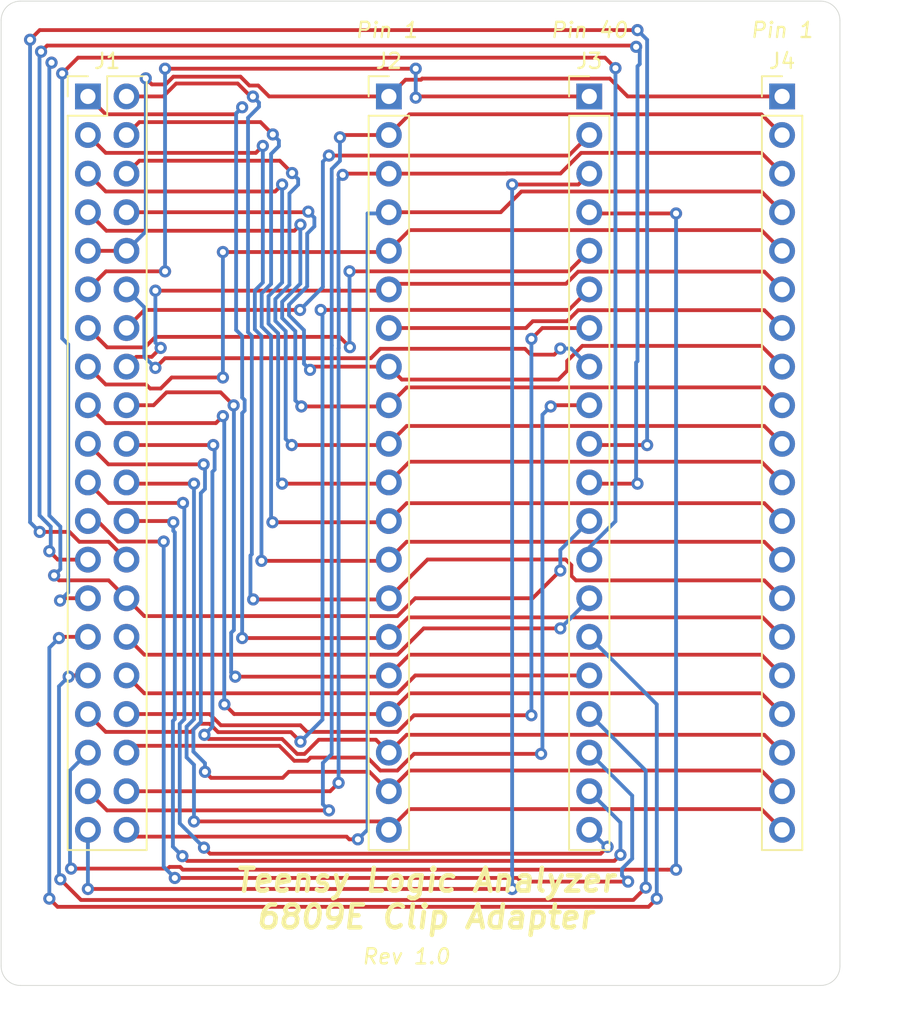
<source format=kicad_pcb>
(kicad_pcb (version 20171130) (host pcbnew "(5.1.12-1-10_14)")

  (general
    (thickness 1.6)
    (drawings 15)
    (tracks 607)
    (zones 0)
    (modules 4)
    (nets 41)
  )

  (page A)
  (title_block
    (title "TeensyLogicAnalyzer 6809E clip adapter")
    (date 2022-04-30)
    (rev 1.0)
    (company "Copyright (c) 2022 Jason R. Thorpe.  See LICENSE.")
  )

  (layers
    (0 F.Cu signal)
    (31 B.Cu signal)
    (32 B.Adhes user)
    (33 F.Adhes user)
    (34 B.Paste user)
    (35 F.Paste user)
    (36 B.SilkS user)
    (37 F.SilkS user)
    (38 B.Mask user)
    (39 F.Mask user)
    (40 Dwgs.User user)
    (41 Cmts.User user)
    (42 Eco1.User user)
    (43 Eco2.User user)
    (44 Edge.Cuts user)
    (45 Margin user)
    (46 B.CrtYd user)
    (47 F.CrtYd user)
    (48 B.Fab user)
    (49 F.Fab user)
  )

  (setup
    (last_trace_width 0.25)
    (trace_clearance 0.2)
    (zone_clearance 0.508)
    (zone_45_only no)
    (trace_min 0.2)
    (via_size 0.8)
    (via_drill 0.4)
    (via_min_size 0.4)
    (via_min_drill 0.3)
    (uvia_size 0.3)
    (uvia_drill 0.1)
    (uvias_allowed no)
    (uvia_min_size 0.2)
    (uvia_min_drill 0.1)
    (edge_width 0.05)
    (segment_width 0.2)
    (pcb_text_width 0.3)
    (pcb_text_size 1.5 1.5)
    (mod_edge_width 0.12)
    (mod_text_size 1 1)
    (mod_text_width 0.15)
    (pad_size 1.524 1.524)
    (pad_drill 0.762)
    (pad_to_mask_clearance 0)
    (aux_axis_origin 0 0)
    (visible_elements FFFFFF7F)
    (pcbplotparams
      (layerselection 0x010fc_ffffffff)
      (usegerberextensions false)
      (usegerberattributes true)
      (usegerberadvancedattributes true)
      (creategerberjobfile true)
      (excludeedgelayer true)
      (linewidth 0.100000)
      (plotframeref false)
      (viasonmask false)
      (mode 1)
      (useauxorigin false)
      (hpglpennumber 1)
      (hpglpenspeed 20)
      (hpglpendiameter 15.000000)
      (psnegative false)
      (psa4output false)
      (plotreference true)
      (plotvalue true)
      (plotinvisibletext false)
      (padsonsilk false)
      (subtractmaskfromsilk false)
      (outputformat 1)
      (mirror false)
      (drillshape 1)
      (scaleselection 1)
      (outputdirectory ""))
  )

  (net 0 "")
  (net 1 A7)
  (net 2 A6)
  (net 3 A5)
  (net 4 A4)
  (net 5 A3)
  (net 6 A2)
  (net 7 A1)
  (net 8 A0)
  (net 9 C10)
  (net 10 C11)
  (net 11 A9)
  (net 12 A8)
  (net 13 A11)
  (net 14 A10)
  (net 15 A13)
  (net 16 A12)
  (net 17 A15)
  (net 18 A14)
  (net 19 D1)
  (net 20 D0)
  (net 21 D3)
  (net 22 D2)
  (net 23 D5)
  (net 24 D4)
  (net 25 D7)
  (net 26 D6)
  (net 27 C1)
  (net 28 C0)
  (net 29 C3)
  (net 30 C2)
  (net 31 C5)
  (net 32 C4)
  (net 33 C7)
  (net 34 C6)
  (net 35 C12)
  (net 36 C8)
  (net 37 C13)
  (net 38 C9)
  (net 39 "Net-(J2-Pad7)")
  (net 40 GND)

  (net_class Default "This is the default net class."
    (clearance 0.2)
    (trace_width 0.25)
    (via_dia 0.8)
    (via_drill 0.4)
    (uvia_dia 0.3)
    (uvia_drill 0.1)
    (add_net A0)
    (add_net A1)
    (add_net A10)
    (add_net A11)
    (add_net A12)
    (add_net A13)
    (add_net A14)
    (add_net A15)
    (add_net A2)
    (add_net A3)
    (add_net A4)
    (add_net A5)
    (add_net A6)
    (add_net A7)
    (add_net A8)
    (add_net A9)
    (add_net C0)
    (add_net C1)
    (add_net C10)
    (add_net C11)
    (add_net C12)
    (add_net C13)
    (add_net C2)
    (add_net C3)
    (add_net C4)
    (add_net C5)
    (add_net C6)
    (add_net C7)
    (add_net C8)
    (add_net C9)
    (add_net D0)
    (add_net D1)
    (add_net D2)
    (add_net D3)
    (add_net D4)
    (add_net D5)
    (add_net D6)
    (add_net D7)
    (add_net GND)
    (add_net "Net-(J2-Pad7)")
  )

  (module Connector_PinHeader_2.54mm:PinHeader_2x20_P2.54mm_Vertical (layer F.Cu) (tedit 59FED5CC) (tstamp 626DB41E)
    (at 125.095 76.755001)
    (descr "Through hole straight pin header, 2x20, 2.54mm pitch, double rows")
    (tags "Through hole pin header THT 2x20 2.54mm double row")
    (path /62778E6D)
    (fp_text reference J1 (at 1.27 -2.33) (layer F.SilkS)
      (effects (font (size 1 1) (thickness 0.15)))
    )
    (fp_text value Conn_02x20 (at 1.27 50.59) (layer F.Fab) hide
      (effects (font (size 1 1) (thickness 0.15)))
    )
    (fp_line (start 0 -1.27) (end 3.81 -1.27) (layer F.Fab) (width 0.1))
    (fp_line (start 3.81 -1.27) (end 3.81 49.53) (layer F.Fab) (width 0.1))
    (fp_line (start 3.81 49.53) (end -1.27 49.53) (layer F.Fab) (width 0.1))
    (fp_line (start -1.27 49.53) (end -1.27 0) (layer F.Fab) (width 0.1))
    (fp_line (start -1.27 0) (end 0 -1.27) (layer F.Fab) (width 0.1))
    (fp_line (start -1.33 49.59) (end 3.87 49.59) (layer F.SilkS) (width 0.12))
    (fp_line (start -1.33 1.27) (end -1.33 49.59) (layer F.SilkS) (width 0.12))
    (fp_line (start 3.87 -1.33) (end 3.87 49.59) (layer F.SilkS) (width 0.12))
    (fp_line (start -1.33 1.27) (end 1.27 1.27) (layer F.SilkS) (width 0.12))
    (fp_line (start 1.27 1.27) (end 1.27 -1.33) (layer F.SilkS) (width 0.12))
    (fp_line (start 1.27 -1.33) (end 3.87 -1.33) (layer F.SilkS) (width 0.12))
    (fp_line (start -1.33 0) (end -1.33 -1.33) (layer F.SilkS) (width 0.12))
    (fp_line (start -1.33 -1.33) (end 0 -1.33) (layer F.SilkS) (width 0.12))
    (fp_line (start -1.8 -1.8) (end -1.8 50.05) (layer F.CrtYd) (width 0.05))
    (fp_line (start -1.8 50.05) (end 4.35 50.05) (layer F.CrtYd) (width 0.05))
    (fp_line (start 4.35 50.05) (end 4.35 -1.8) (layer F.CrtYd) (width 0.05))
    (fp_line (start 4.35 -1.8) (end -1.8 -1.8) (layer F.CrtYd) (width 0.05))
    (fp_text user %R (at 1.27 24.13 90) (layer F.Fab)
      (effects (font (size 1 1) (thickness 0.15)))
    )
    (pad 1 thru_hole rect (at 0 0) (size 1.7 1.7) (drill 1) (layers *.Cu *.Mask)
      (net 1 A7))
    (pad 2 thru_hole oval (at 2.54 0) (size 1.7 1.7) (drill 1) (layers *.Cu *.Mask)
      (net 2 A6))
    (pad 3 thru_hole oval (at 0 2.54) (size 1.7 1.7) (drill 1) (layers *.Cu *.Mask)
      (net 3 A5))
    (pad 4 thru_hole oval (at 2.54 2.54) (size 1.7 1.7) (drill 1) (layers *.Cu *.Mask)
      (net 4 A4))
    (pad 5 thru_hole oval (at 0 5.08) (size 1.7 1.7) (drill 1) (layers *.Cu *.Mask)
      (net 5 A3))
    (pad 6 thru_hole oval (at 2.54 5.08) (size 1.7 1.7) (drill 1) (layers *.Cu *.Mask)
      (net 6 A2))
    (pad 7 thru_hole oval (at 0 7.62) (size 1.7 1.7) (drill 1) (layers *.Cu *.Mask)
      (net 7 A1))
    (pad 8 thru_hole oval (at 2.54 7.62) (size 1.7 1.7) (drill 1) (layers *.Cu *.Mask)
      (net 8 A0))
    (pad 9 thru_hole oval (at 0 10.16) (size 1.7 1.7) (drill 1) (layers *.Cu *.Mask)
      (net 40 GND))
    (pad 10 thru_hole oval (at 2.54 10.16) (size 1.7 1.7) (drill 1) (layers *.Cu *.Mask)
      (net 40 GND))
    (pad 11 thru_hole oval (at 0 12.7) (size 1.7 1.7) (drill 1) (layers *.Cu *.Mask)
      (net 37 C13))
    (pad 12 thru_hole oval (at 2.54 12.7) (size 1.7 1.7) (drill 1) (layers *.Cu *.Mask)
      (net 35 C12))
    (pad 13 thru_hole oval (at 0 15.24) (size 1.7 1.7) (drill 1) (layers *.Cu *.Mask)
      (net 10 C11))
    (pad 14 thru_hole oval (at 2.54 15.24) (size 1.7 1.7) (drill 1) (layers *.Cu *.Mask)
      (net 9 C10))
    (pad 15 thru_hole oval (at 0 17.78) (size 1.7 1.7) (drill 1) (layers *.Cu *.Mask)
      (net 38 C9))
    (pad 16 thru_hole oval (at 2.54 17.78) (size 1.7 1.7) (drill 1) (layers *.Cu *.Mask)
      (net 36 C8))
    (pad 17 thru_hole oval (at 0 20.32) (size 1.7 1.7) (drill 1) (layers *.Cu *.Mask)
      (net 11 A9))
    (pad 18 thru_hole oval (at 2.54 20.32) (size 1.7 1.7) (drill 1) (layers *.Cu *.Mask)
      (net 12 A8))
    (pad 19 thru_hole oval (at 0 22.86) (size 1.7 1.7) (drill 1) (layers *.Cu *.Mask)
      (net 13 A11))
    (pad 20 thru_hole oval (at 2.54 22.86) (size 1.7 1.7) (drill 1) (layers *.Cu *.Mask)
      (net 14 A10))
    (pad 21 thru_hole oval (at 0 25.4) (size 1.7 1.7) (drill 1) (layers *.Cu *.Mask)
      (net 15 A13))
    (pad 22 thru_hole oval (at 2.54 25.4) (size 1.7 1.7) (drill 1) (layers *.Cu *.Mask)
      (net 16 A12))
    (pad 23 thru_hole oval (at 0 27.94) (size 1.7 1.7) (drill 1) (layers *.Cu *.Mask)
      (net 17 A15))
    (pad 24 thru_hole oval (at 2.54 27.94) (size 1.7 1.7) (drill 1) (layers *.Cu *.Mask)
      (net 18 A14))
    (pad 25 thru_hole oval (at 0 30.48) (size 1.7 1.7) (drill 1) (layers *.Cu *.Mask)
      (net 19 D1))
    (pad 26 thru_hole oval (at 2.54 30.48) (size 1.7 1.7) (drill 1) (layers *.Cu *.Mask)
      (net 20 D0))
    (pad 27 thru_hole oval (at 0 33.02) (size 1.7 1.7) (drill 1) (layers *.Cu *.Mask)
      (net 21 D3))
    (pad 28 thru_hole oval (at 2.54 33.02) (size 1.7 1.7) (drill 1) (layers *.Cu *.Mask)
      (net 22 D2))
    (pad 29 thru_hole oval (at 0 35.56) (size 1.7 1.7) (drill 1) (layers *.Cu *.Mask)
      (net 23 D5))
    (pad 30 thru_hole oval (at 2.54 35.56) (size 1.7 1.7) (drill 1) (layers *.Cu *.Mask)
      (net 24 D4))
    (pad 31 thru_hole oval (at 0 38.1) (size 1.7 1.7) (drill 1) (layers *.Cu *.Mask)
      (net 25 D7))
    (pad 32 thru_hole oval (at 2.54 38.1) (size 1.7 1.7) (drill 1) (layers *.Cu *.Mask)
      (net 26 D6))
    (pad 33 thru_hole oval (at 0 40.64) (size 1.7 1.7) (drill 1) (layers *.Cu *.Mask)
      (net 27 C1))
    (pad 34 thru_hole oval (at 2.54 40.64) (size 1.7 1.7) (drill 1) (layers *.Cu *.Mask)
      (net 28 C0))
    (pad 35 thru_hole oval (at 0 43.18) (size 1.7 1.7) (drill 1) (layers *.Cu *.Mask)
      (net 29 C3))
    (pad 36 thru_hole oval (at 2.54 43.18) (size 1.7 1.7) (drill 1) (layers *.Cu *.Mask)
      (net 30 C2))
    (pad 37 thru_hole oval (at 0 45.72) (size 1.7 1.7) (drill 1) (layers *.Cu *.Mask)
      (net 31 C5))
    (pad 38 thru_hole oval (at 2.54 45.72) (size 1.7 1.7) (drill 1) (layers *.Cu *.Mask)
      (net 32 C4))
    (pad 39 thru_hole oval (at 0 48.26) (size 1.7 1.7) (drill 1) (layers *.Cu *.Mask)
      (net 33 C7))
    (pad 40 thru_hole oval (at 2.54 48.26) (size 1.7 1.7) (drill 1) (layers *.Cu *.Mask)
      (net 34 C6))
    (model ${KISYS3DMOD}/Connector_PinHeader_2.54mm.3dshapes/PinHeader_2x20_P2.54mm_Vertical.wrl
      (at (xyz 0 0 0))
      (scale (xyz 1 1 1))
      (rotate (xyz 0 0 0))
    )
  )

  (module Connector_PinHeader_2.54mm:PinHeader_1x20_P2.54mm_Vertical (layer F.Cu) (tedit 59FED5CC) (tstamp 626DB446)
    (at 144.915001 76.755001)
    (descr "Through hole straight pin header, 1x20, 2.54mm pitch, single row")
    (tags "Through hole pin header THT 1x20 2.54mm single row")
    (path /6287A8D2)
    (fp_text reference J2 (at 0 -2.33) (layer F.SilkS)
      (effects (font (size 1 1) (thickness 0.15)))
    )
    (fp_text value Conn_01x20 (at 0 50.59) (layer F.Fab) hide
      (effects (font (size 1 1) (thickness 0.15)))
    )
    (fp_line (start -0.635 -1.27) (end 1.27 -1.27) (layer F.Fab) (width 0.1))
    (fp_line (start 1.27 -1.27) (end 1.27 49.53) (layer F.Fab) (width 0.1))
    (fp_line (start 1.27 49.53) (end -1.27 49.53) (layer F.Fab) (width 0.1))
    (fp_line (start -1.27 49.53) (end -1.27 -0.635) (layer F.Fab) (width 0.1))
    (fp_line (start -1.27 -0.635) (end -0.635 -1.27) (layer F.Fab) (width 0.1))
    (fp_line (start -1.33 49.59) (end 1.33 49.59) (layer F.SilkS) (width 0.12))
    (fp_line (start -1.33 1.27) (end -1.33 49.59) (layer F.SilkS) (width 0.12))
    (fp_line (start 1.33 1.27) (end 1.33 49.59) (layer F.SilkS) (width 0.12))
    (fp_line (start -1.33 1.27) (end 1.33 1.27) (layer F.SilkS) (width 0.12))
    (fp_line (start -1.33 0) (end -1.33 -1.33) (layer F.SilkS) (width 0.12))
    (fp_line (start -1.33 -1.33) (end 0 -1.33) (layer F.SilkS) (width 0.12))
    (fp_line (start -1.8 -1.8) (end -1.8 50.05) (layer F.CrtYd) (width 0.05))
    (fp_line (start -1.8 50.05) (end 1.8 50.05) (layer F.CrtYd) (width 0.05))
    (fp_line (start 1.8 50.05) (end 1.8 -1.8) (layer F.CrtYd) (width 0.05))
    (fp_line (start 1.8 -1.8) (end -1.8 -1.8) (layer F.CrtYd) (width 0.05))
    (fp_text user %R (at 0 24.13 90) (layer F.Fab)
      (effects (font (size 1 1) (thickness 0.15)))
    )
    (pad 1 thru_hole rect (at 0 0) (size 1.7 1.7) (drill 1) (layers *.Cu *.Mask)
      (net 40 GND))
    (pad 2 thru_hole oval (at 0 2.54) (size 1.7 1.7) (drill 1) (layers *.Cu *.Mask)
      (net 31 C5))
    (pad 3 thru_hole oval (at 0 5.08) (size 1.7 1.7) (drill 1) (layers *.Cu *.Mask)
      (net 32 C4))
    (pad 4 thru_hole oval (at 0 7.62) (size 1.7 1.7) (drill 1) (layers *.Cu *.Mask)
      (net 34 C6))
    (pad 5 thru_hole oval (at 0 10.16) (size 1.7 1.7) (drill 1) (layers *.Cu *.Mask)
      (net 38 C9))
    (pad 6 thru_hole oval (at 0 12.7) (size 1.7 1.7) (drill 1) (layers *.Cu *.Mask)
      (net 36 C8))
    (pad 7 thru_hole oval (at 0 15.24) (size 1.7 1.7) (drill 1) (layers *.Cu *.Mask)
      (net 39 "Net-(J2-Pad7)"))
    (pad 8 thru_hole oval (at 0 17.78) (size 1.7 1.7) (drill 1) (layers *.Cu *.Mask)
      (net 8 A0))
    (pad 9 thru_hole oval (at 0 20.32) (size 1.7 1.7) (drill 1) (layers *.Cu *.Mask)
      (net 7 A1))
    (pad 10 thru_hole oval (at 0 22.86) (size 1.7 1.7) (drill 1) (layers *.Cu *.Mask)
      (net 6 A2))
    (pad 11 thru_hole oval (at 0 25.4) (size 1.7 1.7) (drill 1) (layers *.Cu *.Mask)
      (net 5 A3))
    (pad 12 thru_hole oval (at 0 27.94) (size 1.7 1.7) (drill 1) (layers *.Cu *.Mask)
      (net 4 A4))
    (pad 13 thru_hole oval (at 0 30.48) (size 1.7 1.7) (drill 1) (layers *.Cu *.Mask)
      (net 3 A5))
    (pad 14 thru_hole oval (at 0 33.02) (size 1.7 1.7) (drill 1) (layers *.Cu *.Mask)
      (net 2 A6))
    (pad 15 thru_hole oval (at 0 35.56) (size 1.7 1.7) (drill 1) (layers *.Cu *.Mask)
      (net 1 A7))
    (pad 16 thru_hole oval (at 0 38.1) (size 1.7 1.7) (drill 1) (layers *.Cu *.Mask)
      (net 12 A8))
    (pad 17 thru_hole oval (at 0 40.64) (size 1.7 1.7) (drill 1) (layers *.Cu *.Mask)
      (net 11 A9))
    (pad 18 thru_hole oval (at 0 43.18) (size 1.7 1.7) (drill 1) (layers *.Cu *.Mask)
      (net 14 A10))
    (pad 19 thru_hole oval (at 0 45.72) (size 1.7 1.7) (drill 1) (layers *.Cu *.Mask)
      (net 13 A11))
    (pad 20 thru_hole oval (at 0 48.26) (size 1.7 1.7) (drill 1) (layers *.Cu *.Mask)
      (net 16 A12))
    (model ${KISYS3DMOD}/Connector_PinHeader_2.54mm.3dshapes/PinHeader_1x20_P2.54mm_Vertical.wrl
      (at (xyz 0 0 0))
      (scale (xyz 1 1 1))
      (rotate (xyz 0 0 0))
    )
  )

  (module Connector_PinHeader_2.54mm:PinHeader_1x20_P2.54mm_Vertical (layer F.Cu) (tedit 59FED5CC) (tstamp 626DBF41)
    (at 158.115 76.755001)
    (descr "Through hole straight pin header, 1x20, 2.54mm pitch, single row")
    (tags "Through hole pin header THT 1x20 2.54mm single row")
    (path /62883555)
    (fp_text reference J3 (at 0 -2.33) (layer F.SilkS)
      (effects (font (size 1 1) (thickness 0.15)))
    )
    (fp_text value Conn_01x20 (at 0 50.59) (layer F.Fab) hide
      (effects (font (size 1 1) (thickness 0.15)))
    )
    (fp_line (start -0.635 -1.27) (end 1.27 -1.27) (layer F.Fab) (width 0.1))
    (fp_line (start 1.27 -1.27) (end 1.27 49.53) (layer F.Fab) (width 0.1))
    (fp_line (start 1.27 49.53) (end -1.27 49.53) (layer F.Fab) (width 0.1))
    (fp_line (start -1.27 49.53) (end -1.27 -0.635) (layer F.Fab) (width 0.1))
    (fp_line (start -1.27 -0.635) (end -0.635 -1.27) (layer F.Fab) (width 0.1))
    (fp_line (start -1.33 49.59) (end 1.33 49.59) (layer F.SilkS) (width 0.12))
    (fp_line (start -1.33 1.27) (end -1.33 49.59) (layer F.SilkS) (width 0.12))
    (fp_line (start 1.33 1.27) (end 1.33 49.59) (layer F.SilkS) (width 0.12))
    (fp_line (start -1.33 1.27) (end 1.33 1.27) (layer F.SilkS) (width 0.12))
    (fp_line (start -1.33 0) (end -1.33 -1.33) (layer F.SilkS) (width 0.12))
    (fp_line (start -1.33 -1.33) (end 0 -1.33) (layer F.SilkS) (width 0.12))
    (fp_line (start -1.8 -1.8) (end -1.8 50.05) (layer F.CrtYd) (width 0.05))
    (fp_line (start -1.8 50.05) (end 1.8 50.05) (layer F.CrtYd) (width 0.05))
    (fp_line (start 1.8 50.05) (end 1.8 -1.8) (layer F.CrtYd) (width 0.05))
    (fp_line (start 1.8 -1.8) (end -1.8 -1.8) (layer F.CrtYd) (width 0.05))
    (fp_text user %R (at 0 24.13 90) (layer F.Fab)
      (effects (font (size 1 1) (thickness 0.15)))
    )
    (pad 1 thru_hole rect (at 0 0) (size 1.7 1.7) (drill 1) (layers *.Cu *.Mask)
      (net 37 C13))
    (pad 2 thru_hole oval (at 0 2.54) (size 1.7 1.7) (drill 1) (layers *.Cu *.Mask)
      (net 9 C10))
    (pad 3 thru_hole oval (at 0 5.08) (size 1.7 1.7) (drill 1) (layers *.Cu *.Mask)
      (net 33 C7))
    (pad 4 thru_hole oval (at 0 7.62) (size 1.7 1.7) (drill 1) (layers *.Cu *.Mask)
      (net 29 C3))
    (pad 5 thru_hole oval (at 0 10.16) (size 1.7 1.7) (drill 1) (layers *.Cu *.Mask)
      (net 10 C11))
    (pad 6 thru_hole oval (at 0 12.7) (size 1.7 1.7) (drill 1) (layers *.Cu *.Mask)
      (net 27 C1))
    (pad 7 thru_hole oval (at 0 15.24) (size 1.7 1.7) (drill 1) (layers *.Cu *.Mask)
      (net 28 C0))
    (pad 8 thru_hole oval (at 0 17.78) (size 1.7 1.7) (drill 1) (layers *.Cu *.Mask)
      (net 35 C12))
    (pad 9 thru_hole oval (at 0 20.32) (size 1.7 1.7) (drill 1) (layers *.Cu *.Mask)
      (net 30 C2))
    (pad 10 thru_hole oval (at 0 22.86) (size 1.7 1.7) (drill 1) (layers *.Cu *.Mask)
      (net 20 D0))
    (pad 11 thru_hole oval (at 0 25.4) (size 1.7 1.7) (drill 1) (layers *.Cu *.Mask)
      (net 19 D1))
    (pad 12 thru_hole oval (at 0 27.94) (size 1.7 1.7) (drill 1) (layers *.Cu *.Mask)
      (net 22 D2))
    (pad 13 thru_hole oval (at 0 30.48) (size 1.7 1.7) (drill 1) (layers *.Cu *.Mask)
      (net 21 D3))
    (pad 14 thru_hole oval (at 0 33.02) (size 1.7 1.7) (drill 1) (layers *.Cu *.Mask)
      (net 24 D4))
    (pad 15 thru_hole oval (at 0 35.56) (size 1.7 1.7) (drill 1) (layers *.Cu *.Mask)
      (net 23 D5))
    (pad 16 thru_hole oval (at 0 38.1) (size 1.7 1.7) (drill 1) (layers *.Cu *.Mask)
      (net 26 D6))
    (pad 17 thru_hole oval (at 0 40.64) (size 1.7 1.7) (drill 1) (layers *.Cu *.Mask)
      (net 25 D7))
    (pad 18 thru_hole oval (at 0 43.18) (size 1.7 1.7) (drill 1) (layers *.Cu *.Mask)
      (net 17 A15))
    (pad 19 thru_hole oval (at 0 45.72) (size 1.7 1.7) (drill 1) (layers *.Cu *.Mask)
      (net 18 A14))
    (pad 20 thru_hole oval (at 0 48.26) (size 1.7 1.7) (drill 1) (layers *.Cu *.Mask)
      (net 15 A13))
    (model ${KISYS3DMOD}/Connector_PinHeader_2.54mm.3dshapes/PinHeader_1x20_P2.54mm_Vertical.wrl
      (at (xyz 0 0 0))
      (scale (xyz 1 1 1))
      (rotate (xyz 0 0 0))
    )
  )

  (module Connector_PinHeader_2.54mm:PinHeader_1x20_P2.54mm_Vertical (layer F.Cu) (tedit 59FED5CC) (tstamp 626DB496)
    (at 170.815 76.755001)
    (descr "Through hole straight pin header, 1x20, 2.54mm pitch, single row")
    (tags "Through hole pin header THT 1x20 2.54mm single row")
    (path /6288332E)
    (fp_text reference J4 (at 0 -2.33) (layer F.SilkS)
      (effects (font (size 1 1) (thickness 0.15)))
    )
    (fp_text value Conn_01x20 (at 0 50.59) (layer F.Fab) hide
      (effects (font (size 1 1) (thickness 0.15)))
    )
    (fp_line (start 1.8 -1.8) (end -1.8 -1.8) (layer F.CrtYd) (width 0.05))
    (fp_line (start 1.8 50.05) (end 1.8 -1.8) (layer F.CrtYd) (width 0.05))
    (fp_line (start -1.8 50.05) (end 1.8 50.05) (layer F.CrtYd) (width 0.05))
    (fp_line (start -1.8 -1.8) (end -1.8 50.05) (layer F.CrtYd) (width 0.05))
    (fp_line (start -1.33 -1.33) (end 0 -1.33) (layer F.SilkS) (width 0.12))
    (fp_line (start -1.33 0) (end -1.33 -1.33) (layer F.SilkS) (width 0.12))
    (fp_line (start -1.33 1.27) (end 1.33 1.27) (layer F.SilkS) (width 0.12))
    (fp_line (start 1.33 1.27) (end 1.33 49.59) (layer F.SilkS) (width 0.12))
    (fp_line (start -1.33 1.27) (end -1.33 49.59) (layer F.SilkS) (width 0.12))
    (fp_line (start -1.33 49.59) (end 1.33 49.59) (layer F.SilkS) (width 0.12))
    (fp_line (start -1.27 -0.635) (end -0.635 -1.27) (layer F.Fab) (width 0.1))
    (fp_line (start -1.27 49.53) (end -1.27 -0.635) (layer F.Fab) (width 0.1))
    (fp_line (start 1.27 49.53) (end -1.27 49.53) (layer F.Fab) (width 0.1))
    (fp_line (start 1.27 -1.27) (end 1.27 49.53) (layer F.Fab) (width 0.1))
    (fp_line (start -0.635 -1.27) (end 1.27 -1.27) (layer F.Fab) (width 0.1))
    (fp_text user %R (at 0 24.13 90) (layer F.Fab)
      (effects (font (size 1 1) (thickness 0.15)))
    )
    (pad 20 thru_hole oval (at 0 48.26) (size 1.7 1.7) (drill 1) (layers *.Cu *.Mask)
      (net 16 A12))
    (pad 19 thru_hole oval (at 0 45.72) (size 1.7 1.7) (drill 1) (layers *.Cu *.Mask)
      (net 13 A11))
    (pad 18 thru_hole oval (at 0 43.18) (size 1.7 1.7) (drill 1) (layers *.Cu *.Mask)
      (net 14 A10))
    (pad 17 thru_hole oval (at 0 40.64) (size 1.7 1.7) (drill 1) (layers *.Cu *.Mask)
      (net 11 A9))
    (pad 16 thru_hole oval (at 0 38.1) (size 1.7 1.7) (drill 1) (layers *.Cu *.Mask)
      (net 12 A8))
    (pad 15 thru_hole oval (at 0 35.56) (size 1.7 1.7) (drill 1) (layers *.Cu *.Mask)
      (net 1 A7))
    (pad 14 thru_hole oval (at 0 33.02) (size 1.7 1.7) (drill 1) (layers *.Cu *.Mask)
      (net 2 A6))
    (pad 13 thru_hole oval (at 0 30.48) (size 1.7 1.7) (drill 1) (layers *.Cu *.Mask)
      (net 3 A5))
    (pad 12 thru_hole oval (at 0 27.94) (size 1.7 1.7) (drill 1) (layers *.Cu *.Mask)
      (net 4 A4))
    (pad 11 thru_hole oval (at 0 25.4) (size 1.7 1.7) (drill 1) (layers *.Cu *.Mask)
      (net 5 A3))
    (pad 10 thru_hole oval (at 0 22.86) (size 1.7 1.7) (drill 1) (layers *.Cu *.Mask)
      (net 6 A2))
    (pad 9 thru_hole oval (at 0 20.32) (size 1.7 1.7) (drill 1) (layers *.Cu *.Mask)
      (net 7 A1))
    (pad 8 thru_hole oval (at 0 17.78) (size 1.7 1.7) (drill 1) (layers *.Cu *.Mask)
      (net 8 A0))
    (pad 7 thru_hole oval (at 0 15.24) (size 1.7 1.7) (drill 1) (layers *.Cu *.Mask)
      (net 39 "Net-(J2-Pad7)"))
    (pad 6 thru_hole oval (at 0 12.7) (size 1.7 1.7) (drill 1) (layers *.Cu *.Mask)
      (net 36 C8))
    (pad 5 thru_hole oval (at 0 10.16) (size 1.7 1.7) (drill 1) (layers *.Cu *.Mask)
      (net 38 C9))
    (pad 4 thru_hole oval (at 0 7.62) (size 1.7 1.7) (drill 1) (layers *.Cu *.Mask)
      (net 34 C6))
    (pad 3 thru_hole oval (at 0 5.08) (size 1.7 1.7) (drill 1) (layers *.Cu *.Mask)
      (net 32 C4))
    (pad 2 thru_hole oval (at 0 2.54) (size 1.7 1.7) (drill 1) (layers *.Cu *.Mask)
      (net 31 C5))
    (pad 1 thru_hole rect (at 0 0) (size 1.7 1.7) (drill 1) (layers *.Cu *.Mask)
      (net 40 GND))
    (model ${KISYS3DMOD}/Connector_PinHeader_2.54mm.3dshapes/PinHeader_1x20_P2.54mm_Vertical.wrl
      (at (xyz 0 0 0))
      (scale (xyz 1 1 1))
      (rotate (xyz 0 0 0))
    )
  )

  (gr_text "Rev 1.0" (at 146.05 133.35) (layer F.SilkS) (tstamp 626DD411)
    (effects (font (size 1 1) (thickness 0.15) italic))
  )
  (dimension 64.77 (width 0.15) (layer Dwgs.User)
    (gr_text "64.770 mm" (at 177.83 102.87 90) (layer Dwgs.User)
      (effects (font (size 1 1) (thickness 0.15)))
    )
    (feature1 (pts (xy 174.625 70.485) (xy 177.116421 70.485)))
    (feature2 (pts (xy 174.625 135.255) (xy 177.116421 135.255)))
    (crossbar (pts (xy 176.53 135.255) (xy 176.53 70.485)))
    (arrow1a (pts (xy 176.53 70.485) (xy 177.116421 71.611504)))
    (arrow1b (pts (xy 176.53 70.485) (xy 175.943579 71.611504)))
    (arrow2a (pts (xy 176.53 135.255) (xy 177.116421 134.128496)))
    (arrow2b (pts (xy 176.53 135.255) (xy 175.943579 134.128496)))
  )
  (dimension 55.245 (width 0.15) (layer Dwgs.User)
    (gr_text "55.245 mm" (at 147.0025 138.46) (layer Dwgs.User)
      (effects (font (size 1 1) (thickness 0.15)))
    )
    (feature1 (pts (xy 174.625 135.255) (xy 174.625 137.746421)))
    (feature2 (pts (xy 119.38 135.255) (xy 119.38 137.746421)))
    (crossbar (pts (xy 119.38 137.16) (xy 174.625 137.16)))
    (arrow1a (pts (xy 174.625 137.16) (xy 173.498496 137.746421)))
    (arrow1b (pts (xy 174.625 137.16) (xy 173.498496 136.573579)))
    (arrow2a (pts (xy 119.38 137.16) (xy 120.506504 137.746421)))
    (arrow2b (pts (xy 119.38 137.16) (xy 120.506504 136.573579)))
  )
  (gr_arc (start 120.65 71.755) (end 120.65 70.485) (angle -90) (layer Edge.Cuts) (width 0.05))
  (gr_arc (start 120.65 133.985) (end 119.38 133.985) (angle -90) (layer Edge.Cuts) (width 0.05))
  (gr_arc (start 173.355 133.985) (end 173.355 135.255) (angle -90) (layer Edge.Cuts) (width 0.05))
  (gr_arc (start 173.355 71.755) (end 174.625 71.755) (angle -90) (layer Edge.Cuts) (width 0.05))
  (gr_line (start 119.38 133.985) (end 119.38 71.755) (layer Edge.Cuts) (width 0.05) (tstamp 626DC885))
  (gr_line (start 173.355 135.255) (end 120.65 135.255) (layer Edge.Cuts) (width 0.05))
  (gr_line (start 174.625 71.755) (end 174.625 133.985) (layer Edge.Cuts) (width 0.05))
  (gr_line (start 120.65 70.485) (end 173.355 70.485) (layer Edge.Cuts) (width 0.05))
  (gr_text "Teensy Logic Analyzer\n6809E Clip Adapter" (at 147.32 129.54) (layer F.SilkS)
    (effects (font (size 1.5 1.5) (thickness 0.3) italic))
  )
  (gr_text "Pin 40" (at 158.115 72.39) (layer F.SilkS) (tstamp 626DBBB8)
    (effects (font (size 1 1) (thickness 0.15) italic))
  )
  (gr_text "Pin 1" (at 170.815 72.39) (layer F.SilkS) (tstamp 626DBBB6)
    (effects (font (size 1 1) (thickness 0.15) italic))
  )
  (gr_text "Pin 1" (at 144.78 72.39) (layer F.SilkS)
    (effects (font (size 1 1) (thickness 0.15) italic))
  )

  (via (at 135.255 77.47) (size 0.8) (drill 0.4) (layers F.Cu B.Cu) (net 1))
  (segment (start 126.270001 77.930002) (end 125.095 76.755001) (width 0.25) (layer F.Cu) (net 1) (status 20))
  (segment (start 134.794998 77.930002) (end 126.270001 77.930002) (width 0.25) (layer F.Cu) (net 1))
  (segment (start 135.255 77.47) (end 134.794998 77.930002) (width 0.25) (layer F.Cu) (net 1))
  (via (at 135.255 112.395) (size 0.8) (drill 0.4) (layers F.Cu B.Cu) (net 1))
  (segment (start 135.417117 96.734883) (end 135.417117 97.430887) (width 0.25) (layer B.Cu) (net 1))
  (segment (start 135.255 77.47) (end 134.855001 77.869999) (width 0.25) (layer B.Cu) (net 1))
  (segment (start 135.255 97.593004) (end 135.255 112.395) (width 0.25) (layer B.Cu) (net 1))
  (segment (start 134.855001 92.122882) (end 135.255 92.522881) (width 0.25) (layer B.Cu) (net 1))
  (segment (start 135.255 92.522881) (end 135.255 96.572766) (width 0.25) (layer B.Cu) (net 1))
  (segment (start 135.417117 97.430887) (end 135.255 97.593004) (width 0.25) (layer B.Cu) (net 1))
  (segment (start 134.855001 77.869999) (end 134.855001 92.122882) (width 0.25) (layer B.Cu) (net 1))
  (segment (start 135.255 96.572766) (end 135.417117 96.734883) (width 0.25) (layer B.Cu) (net 1))
  (segment (start 144.835002 112.395) (end 144.915001 112.315001) (width 0.25) (layer F.Cu) (net 1) (status 30))
  (segment (start 135.255 112.395) (end 144.835002 112.395) (width 0.25) (layer F.Cu) (net 1) (status 20))
  (segment (start 169.534997 111.034998) (end 170.815 112.315001) (width 0.25) (layer F.Cu) (net 1) (status 20))
  (segment (start 144.915001 112.315001) (end 146.195004 111.034998) (width 0.25) (layer F.Cu) (net 1) (status 10))
  (segment (start 146.195004 111.034998) (end 169.534997 111.034998) (width 0.25) (layer F.Cu) (net 1))
  (via (at 135.962115 76.762885) (size 0.8) (drill 0.4) (layers F.Cu B.Cu) (net 2))
  (via (at 135.98001 109.855) (size 0.8) (drill 0.4) (layers F.Cu B.Cu) (net 2))
  (segment (start 135.962115 76.762885) (end 136.362114 77.162884) (width 0.25) (layer B.Cu) (net 2))
  (segment (start 135.639932 78.158072) (end 135.639932 92.271402) (width 0.25) (layer B.Cu) (net 2))
  (segment (start 136.362114 77.43589) (end 135.639932 78.158072) (width 0.25) (layer B.Cu) (net 2))
  (segment (start 136.362114 77.162884) (end 136.362114 77.43589) (width 0.25) (layer B.Cu) (net 2))
  (segment (start 135.799999 109.674989) (end 135.98001 109.855) (width 0.25) (layer B.Cu) (net 2))
  (segment (start 135.89 92.52147) (end 135.89 106.876998) (width 0.25) (layer B.Cu) (net 2))
  (segment (start 135.639932 92.271402) (end 135.89 92.52147) (width 0.25) (layer B.Cu) (net 2))
  (segment (start 135.799999 106.966999) (end 135.799999 109.674989) (width 0.25) (layer B.Cu) (net 2))
  (segment (start 135.89 106.876998) (end 135.799999 106.966999) (width 0.25) (layer B.Cu) (net 2))
  (segment (start 144.835002 109.855) (end 144.915001 109.775001) (width 0.25) (layer F.Cu) (net 2) (status 30))
  (segment (start 135.98001 109.855) (end 144.835002 109.855) (width 0.25) (layer F.Cu) (net 2) (status 20))
  (segment (start 127.635 76.755001) (end 130.059414 76.755001) (width 0.25) (layer F.Cu) (net 2) (status 10))
  (segment (start 130.059414 76.755001) (end 130.909412 75.905003) (width 0.25) (layer F.Cu) (net 2))
  (segment (start 130.909412 75.905003) (end 134.960003 75.905003) (width 0.25) (layer F.Cu) (net 2))
  (segment (start 134.960003 75.905003) (end 135.817885 76.762885) (width 0.25) (layer F.Cu) (net 2))
  (segment (start 135.817885 76.762885) (end 135.962115 76.762885) (width 0.25) (layer F.Cu) (net 2))
  (segment (start 157.237 108.6) (end 169.639999 108.6) (width 0.25) (layer F.Cu) (net 2))
  (segment (start 169.639999 108.6) (end 170.815 109.775001) (width 0.25) (layer F.Cu) (net 2) (status 20))
  (segment (start 156.935002 108.298002) (end 157.237 108.6) (width 0.25) (layer F.Cu) (net 2))
  (segment (start 144.915001 109.775001) (end 147.465004 107.224998) (width 0.25) (layer F.Cu) (net 2) (status 10))
  (segment (start 147.465004 107.224998) (end 156.558002 107.224998) (width 0.25) (layer F.Cu) (net 2))
  (segment (start 156.558002 107.224998) (end 156.935002 107.601998) (width 0.25) (layer F.Cu) (net 2))
  (segment (start 156.935002 107.601998) (end 156.935002 108.298002) (width 0.25) (layer F.Cu) (net 2))
  (segment (start 126.270001 80.470002) (end 136.155008 80.470002) (width 0.25) (layer F.Cu) (net 3))
  (via (at 136.61501 80.01) (size 0.8) (drill 0.4) (layers F.Cu B.Cu) (net 3))
  (segment (start 136.155008 80.470002) (end 136.61501 80.01) (width 0.25) (layer F.Cu) (net 3))
  (segment (start 125.095 79.295001) (end 126.270001 80.470002) (width 0.25) (layer F.Cu) (net 3) (status 10))
  (segment (start 169.639999 106.06) (end 170.815 107.235001) (width 0.25) (layer F.Cu) (net 3) (status 20))
  (segment (start 146.090002 106.06) (end 169.639999 106.06) (width 0.25) (layer F.Cu) (net 3))
  (segment (start 144.915001 107.235001) (end 146.090002 106.06) (width 0.25) (layer F.Cu) (net 3) (status 10))
  (via (at 136.525 107.315) (size 0.8) (drill 0.4) (layers F.Cu B.Cu) (net 3))
  (segment (start 136.089943 89.524998) (end 136.089943 92.085002) (width 0.25) (layer B.Cu) (net 3))
  (segment (start 136.089943 92.085002) (end 136.525 92.520058) (width 0.25) (layer B.Cu) (net 3))
  (segment (start 136.61501 80.01) (end 136.61501 88.999932) (width 0.25) (layer B.Cu) (net 3))
  (segment (start 136.525 92.520058) (end 136.525 107.315) (width 0.25) (layer B.Cu) (net 3))
  (segment (start 136.61501 88.999932) (end 136.089943 89.524998) (width 0.25) (layer B.Cu) (net 3))
  (segment (start 144.835002 107.315) (end 144.915001 107.235001) (width 0.25) (layer F.Cu) (net 3) (status 30))
  (segment (start 136.525 107.315) (end 144.835002 107.315) (width 0.25) (layer F.Cu) (net 3) (status 20))
  (via (at 137.272544 79.256559) (size 0.8) (drill 0.4) (layers F.Cu B.Cu) (net 4))
  (segment (start 136.460987 78.445002) (end 137.272544 79.256559) (width 0.25) (layer F.Cu) (net 4))
  (segment (start 127.635 79.295001) (end 128.484999 78.445002) (width 0.25) (layer F.Cu) (net 4) (status 10))
  (segment (start 128.484999 78.445002) (end 136.460987 78.445002) (width 0.25) (layer F.Cu) (net 4))
  (segment (start 169.639999 103.52) (end 170.815 104.695001) (width 0.25) (layer F.Cu) (net 4) (status 20))
  (segment (start 146.090002 103.52) (end 169.639999 103.52) (width 0.25) (layer F.Cu) (net 4))
  (segment (start 144.915001 104.695001) (end 146.090002 103.52) (width 0.25) (layer F.Cu) (net 4) (status 10))
  (via (at 137.25001 104.775) (size 0.8) (drill 0.4) (layers F.Cu B.Cu) (net 4))
  (segment (start 137.272544 79.256559) (end 137.672543 79.656558) (width 0.25) (layer B.Cu) (net 4))
  (segment (start 137.672543 79.656558) (end 137.672543 80.025471) (width 0.25) (layer B.Cu) (net 4))
  (segment (start 137.672543 80.025471) (end 137.16 80.538014) (width 0.25) (layer B.Cu) (net 4))
  (segment (start 137.16 80.538014) (end 137.16 89.091353) (width 0.25) (layer B.Cu) (net 4))
  (segment (start 137.16 104.68499) (end 137.25001 104.775) (width 0.25) (layer B.Cu) (net 4))
  (segment (start 136.539954 89.711398) (end 136.539954 91.898602) (width 0.25) (layer B.Cu) (net 4))
  (segment (start 137.16 92.518648) (end 137.16 104.68499) (width 0.25) (layer B.Cu) (net 4))
  (segment (start 137.16 89.091353) (end 136.539954 89.711398) (width 0.25) (layer B.Cu) (net 4))
  (segment (start 136.539954 91.898602) (end 137.16 92.518648) (width 0.25) (layer B.Cu) (net 4))
  (segment (start 144.835002 104.775) (end 144.915001 104.695001) (width 0.25) (layer F.Cu) (net 4) (status 30))
  (segment (start 137.25001 104.775) (end 144.835002 104.775) (width 0.25) (layer F.Cu) (net 4) (status 20))
  (via (at 137.88501 82.55) (size 0.8) (drill 0.4) (layers F.Cu B.Cu) (net 5))
  (segment (start 126.270001 83.010002) (end 137.425008 83.010002) (width 0.25) (layer F.Cu) (net 5))
  (segment (start 137.425008 83.010002) (end 137.88501 82.55) (width 0.25) (layer F.Cu) (net 5))
  (segment (start 125.095 81.835001) (end 126.270001 83.010002) (width 0.25) (layer F.Cu) (net 5) (status 10))
  (segment (start 146.28 100.790002) (end 169.450001 100.790002) (width 0.25) (layer F.Cu) (net 5))
  (segment (start 169.450001 100.790002) (end 170.815 102.155001) (width 0.25) (layer F.Cu) (net 5) (status 20))
  (segment (start 144.915001 102.155001) (end 146.28 100.790002) (width 0.25) (layer F.Cu) (net 5) (status 10))
  (via (at 137.88501 102.235) (size 0.8) (drill 0.4) (layers F.Cu B.Cu) (net 5))
  (segment (start 137.88501 82.55) (end 137.88501 89.002754) (width 0.25) (layer B.Cu) (net 5))
  (segment (start 136.989965 91.712202) (end 137.624965 92.347201) (width 0.25) (layer B.Cu) (net 5))
  (segment (start 136.989965 89.897798) (end 136.989965 91.712202) (width 0.25) (layer B.Cu) (net 5))
  (segment (start 137.624965 92.347201) (end 137.624965 101.974955) (width 0.25) (layer B.Cu) (net 5))
  (segment (start 137.88501 89.002754) (end 136.989965 89.897798) (width 0.25) (layer B.Cu) (net 5))
  (segment (start 137.624965 101.974955) (end 137.88501 102.235) (width 0.25) (layer B.Cu) (net 5))
  (segment (start 144.835002 102.235) (end 144.915001 102.155001) (width 0.25) (layer F.Cu) (net 5) (status 30))
  (segment (start 137.88501 102.235) (end 144.835002 102.235) (width 0.25) (layer F.Cu) (net 5) (status 20))
  (via (at 138.542544 81.796559) (size 0.8) (drill 0.4) (layers F.Cu B.Cu) (net 6))
  (segment (start 127.635 81.835001) (end 128.484999 80.985002) (width 0.25) (layer F.Cu) (net 6) (status 10))
  (segment (start 128.484999 80.985002) (end 137.730987 80.985002) (width 0.25) (layer F.Cu) (net 6))
  (segment (start 137.730987 80.985002) (end 138.542544 81.796559) (width 0.25) (layer F.Cu) (net 6))
  (segment (start 146.090002 98.44) (end 169.639999 98.44) (width 0.25) (layer F.Cu) (net 6))
  (segment (start 169.639999 98.44) (end 170.815 99.615001) (width 0.25) (layer F.Cu) (net 6) (status 20))
  (segment (start 144.915001 99.615001) (end 146.090002 98.44) (width 0.25) (layer F.Cu) (net 6) (status 10))
  (segment (start 138.542544 81.796559) (end 138.942543 82.196558) (width 0.25) (layer B.Cu) (net 6))
  (segment (start 138.368053 83.139961) (end 138.368053 89.156121) (width 0.25) (layer B.Cu) (net 6))
  (segment (start 137.439976 90.084198) (end 137.439976 91.525802) (width 0.25) (layer B.Cu) (net 6))
  (via (at 138.52001 99.695002) (size 0.8) (drill 0.4) (layers F.Cu B.Cu) (net 6))
  (segment (start 138.368053 89.156121) (end 137.439976 90.084198) (width 0.25) (layer B.Cu) (net 6))
  (segment (start 138.942543 82.196558) (end 138.942543 82.565471) (width 0.25) (layer B.Cu) (net 6))
  (segment (start 137.439976 91.525802) (end 138.120011 92.205837) (width 0.25) (layer B.Cu) (net 6))
  (segment (start 138.942543 82.565471) (end 138.368053 83.139961) (width 0.25) (layer B.Cu) (net 6))
  (segment (start 138.120011 92.205837) (end 138.120011 99.295003) (width 0.25) (layer B.Cu) (net 6))
  (segment (start 138.120011 99.295003) (end 138.52001 99.695002) (width 0.25) (layer B.Cu) (net 6))
  (segment (start 144.835 99.695002) (end 144.915001 99.615001) (width 0.25) (layer F.Cu) (net 6) (status 30))
  (segment (start 138.52001 99.695002) (end 144.835 99.695002) (width 0.25) (layer F.Cu) (net 6) (status 20))
  (via (at 139.093055 85.192597) (size 0.8) (drill 0.4) (layers F.Cu B.Cu) (net 7))
  (segment (start 138.693056 85.592596) (end 139.093055 85.192597) (width 0.25) (layer F.Cu) (net 7))
  (segment (start 126.312595 85.592596) (end 138.693056 85.592596) (width 0.25) (layer F.Cu) (net 7))
  (segment (start 125.095 84.375001) (end 126.312595 85.592596) (width 0.25) (layer F.Cu) (net 7) (status 10))
  (segment (start 146.090002 95.9) (end 169.639999 95.9) (width 0.25) (layer F.Cu) (net 7))
  (segment (start 169.639999 95.9) (end 170.815 97.075001) (width 0.25) (layer F.Cu) (net 7) (status 20))
  (segment (start 144.915001 97.075001) (end 146.090002 95.9) (width 0.25) (layer F.Cu) (net 7) (status 10))
  (via (at 139.15501 97.155) (size 0.8) (drill 0.4) (layers F.Cu B.Cu) (net 7))
  (segment (start 144.835002 97.155) (end 144.915001 97.075001) (width 0.25) (layer F.Cu) (net 7) (status 30))
  (segment (start 139.15501 97.155) (end 144.835002 97.155) (width 0.25) (layer F.Cu) (net 7) (status 20))
  (segment (start 139.086718 89.073867) (end 137.889987 90.270598) (width 0.25) (layer B.Cu) (net 7))
  (segment (start 139.093055 85.192597) (end 139.086718 85.198934) (width 0.25) (layer B.Cu) (net 7))
  (segment (start 139.086718 85.198934) (end 139.086718 89.073867) (width 0.25) (layer B.Cu) (net 7))
  (segment (start 137.889987 91.339402) (end 138.755011 92.204426) (width 0.25) (layer B.Cu) (net 7))
  (segment (start 137.889987 90.270598) (end 137.889987 91.339402) (width 0.25) (layer B.Cu) (net 7))
  (segment (start 138.755011 92.204426) (end 138.755011 96.755001) (width 0.25) (layer B.Cu) (net 7))
  (segment (start 138.755011 96.755001) (end 139.15501 97.155) (width 0.25) (layer B.Cu) (net 7))
  (via (at 139.60999 84.336559) (size 0.8) (drill 0.4) (layers F.Cu B.Cu) (net 8))
  (segment (start 139.571548 84.375001) (end 139.60999 84.336559) (width 0.25) (layer F.Cu) (net 8))
  (segment (start 127.635 84.375001) (end 139.571548 84.375001) (width 0.25) (layer F.Cu) (net 8) (status 10))
  (segment (start 140.009989 84.736558) (end 140.009989 85.308025) (width 0.25) (layer B.Cu) (net 8))
  (segment (start 140.009989 85.308025) (end 139.536729 85.781285) (width 0.25) (layer B.Cu) (net 8))
  (via (at 139.725749 94.746306) (size 0.8) (drill 0.4) (layers F.Cu B.Cu) (net 8))
  (segment (start 139.32575 92.138754) (end 139.32575 94.346307) (width 0.25) (layer B.Cu) (net 8))
  (segment (start 139.60999 84.336559) (end 140.009989 84.736558) (width 0.25) (layer B.Cu) (net 8))
  (segment (start 144.915001 94.535001) (end 139.937054 94.535001) (width 0.25) (layer F.Cu) (net 8) (status 10))
  (segment (start 139.32575 94.346307) (end 139.725749 94.746306) (width 0.25) (layer B.Cu) (net 8))
  (segment (start 139.536729 89.260267) (end 138.339998 90.456998) (width 0.25) (layer B.Cu) (net 8))
  (segment (start 139.937054 94.535001) (end 139.725749 94.746306) (width 0.25) (layer F.Cu) (net 8))
  (segment (start 139.536729 85.781285) (end 139.536729 89.260267) (width 0.25) (layer B.Cu) (net 8))
  (segment (start 138.339998 90.456998) (end 138.339998 91.153002) (width 0.25) (layer B.Cu) (net 8))
  (segment (start 138.339998 91.153002) (end 139.32575 92.138754) (width 0.25) (layer B.Cu) (net 8))
  (segment (start 156.660009 94.801401) (end 156.660009 94.166401) (width 0.25) (layer F.Cu) (net 8))
  (segment (start 156.660009 94.166401) (end 157.656408 93.170002) (width 0.25) (layer F.Cu) (net 8))
  (segment (start 156.07641 95.385) (end 156.660009 94.801401) (width 0.25) (layer F.Cu) (net 8))
  (segment (start 157.656408 93.170002) (end 169.450001 93.170002) (width 0.25) (layer F.Cu) (net 8))
  (segment (start 144.915001 94.535001) (end 145.765 95.385) (width 0.25) (layer F.Cu) (net 8) (status 10))
  (segment (start 145.765 95.385) (end 156.07641 95.385) (width 0.25) (layer F.Cu) (net 8))
  (segment (start 169.450001 93.170002) (end 170.815 94.535001) (width 0.25) (layer F.Cu) (net 8) (status 20))
  (segment (start 127.635 91.995001) (end 128.825001 90.805) (width 0.25) (layer F.Cu) (net 9) (status 10))
  (segment (start 128.825001 90.805) (end 139.064998 90.805) (width 0.25) (layer F.Cu) (net 9))
  (via (at 139.064998 90.805) (size 0.8) (drill 0.4) (layers F.Cu B.Cu) (net 9))
  (via (at 140.97 80.645) (size 0.8) (drill 0.4) (layers F.Cu B.Cu) (net 9))
  (segment (start 140.570001 89.299997) (end 140.570001 81.044999) (width 0.25) (layer B.Cu) (net 9))
  (segment (start 140.570001 81.044999) (end 140.97 80.645) (width 0.25) (layer B.Cu) (net 9))
  (segment (start 139.064998 90.805) (end 140.570001 89.299997) (width 0.25) (layer B.Cu) (net 9))
  (segment (start 156.765001 80.645) (end 158.115 79.295001) (width 0.25) (layer F.Cu) (net 9))
  (segment (start 140.97 80.645) (end 156.765001 80.645) (width 0.25) (layer F.Cu) (net 9))
  (via (at 142.325033 88.265002) (size 0.8) (drill 0.4) (layers F.Cu B.Cu) (net 10))
  (segment (start 156.764999 88.265002) (end 142.325033 88.265002) (width 0.25) (layer F.Cu) (net 10))
  (segment (start 158.115 86.915001) (end 156.764999 88.265002) (width 0.25) (layer F.Cu) (net 10) (status 10))
  (segment (start 129.539174 92.576854) (end 141.670877 92.576854) (width 0.25) (layer F.Cu) (net 10))
  (segment (start 142.325033 93.23101) (end 142.349013 93.25499) (width 0.25) (layer B.Cu) (net 10))
  (segment (start 126.367545 93.267546) (end 128.848482 93.267546) (width 0.25) (layer F.Cu) (net 10))
  (segment (start 128.848482 93.267546) (end 129.539174 92.576854) (width 0.25) (layer F.Cu) (net 10))
  (segment (start 125.095 91.995001) (end 126.367545 93.267546) (width 0.25) (layer F.Cu) (net 10) (status 10))
  (via (at 142.349013 93.25499) (size 0.8) (drill 0.4) (layers F.Cu B.Cu) (net 10))
  (segment (start 141.670877 92.576854) (end 142.349013 93.25499) (width 0.25) (layer F.Cu) (net 10))
  (segment (start 142.325033 88.265002) (end 142.325033 93.23101) (width 0.25) (layer B.Cu) (net 10))
  (via (at 133.985 97.79) (size 0.8) (drill 0.4) (layers F.Cu B.Cu) (net 11))
  (segment (start 126.270001 98.250002) (end 125.095 97.075001) (width 0.25) (layer F.Cu) (net 11) (status 20))
  (segment (start 133.524998 98.250002) (end 126.270001 98.250002) (width 0.25) (layer F.Cu) (net 11))
  (segment (start 133.985 97.79) (end 133.524998 98.250002) (width 0.25) (layer F.Cu) (net 11))
  (segment (start 169.450001 116.030002) (end 170.815 117.395001) (width 0.25) (layer F.Cu) (net 11) (status 20))
  (segment (start 146.28 116.030002) (end 169.450001 116.030002) (width 0.25) (layer F.Cu) (net 11))
  (segment (start 144.915001 117.395001) (end 146.28 116.030002) (width 0.25) (layer F.Cu) (net 11) (status 10))
  (via (at 134.087818 116.757317) (size 0.8) (drill 0.4) (layers F.Cu B.Cu) (net 11))
  (segment (start 134.075002 116.744501) (end 134.087818 116.757317) (width 0.25) (layer B.Cu) (net 11))
  (segment (start 134.725502 117.395001) (end 134.087818 116.757317) (width 0.25) (layer F.Cu) (net 11))
  (segment (start 144.915001 117.395001) (end 134.725502 117.395001) (width 0.25) (layer F.Cu) (net 11) (status 10))
  (segment (start 134.075002 97.880002) (end 134.075002 116.744501) (width 0.25) (layer B.Cu) (net 11))
  (segment (start 133.985 97.79) (end 134.075002 97.880002) (width 0.25) (layer B.Cu) (net 11))
  (via (at 134.692115 97.082885) (size 0.8) (drill 0.4) (layers F.Cu B.Cu) (net 12))
  (segment (start 169.450001 113.490002) (end 170.815 114.855001) (width 0.25) (layer F.Cu) (net 12) (status 20))
  (segment (start 146.28 113.490002) (end 169.450001 113.490002) (width 0.25) (layer F.Cu) (net 12))
  (segment (start 144.915001 114.855001) (end 146.28 113.490002) (width 0.25) (layer F.Cu) (net 12) (status 10))
  (via (at 134.800012 114.935002) (size 0.8) (drill 0.4) (layers F.Cu B.Cu) (net 12))
  (segment (start 134.692115 97.082885) (end 134.710002 97.100772) (width 0.25) (layer B.Cu) (net 12))
  (segment (start 134.710002 97.100772) (end 134.710002 111.866996) (width 0.25) (layer B.Cu) (net 12))
  (segment (start 134.710002 111.866996) (end 134.529999 112.046999) (width 0.25) (layer B.Cu) (net 12))
  (segment (start 134.529999 112.046999) (end 134.529999 114.664989) (width 0.25) (layer B.Cu) (net 12))
  (segment (start 134.529999 114.664989) (end 134.800012 114.935002) (width 0.25) (layer B.Cu) (net 12))
  (segment (start 144.835 114.935002) (end 144.915001 114.855001) (width 0.25) (layer F.Cu) (net 12) (status 30))
  (segment (start 134.800012 114.935002) (end 144.835 114.935002) (width 0.25) (layer F.Cu) (net 12) (status 20))
  (segment (start 129.424412 97.075001) (end 130.274411 96.225002) (width 0.25) (layer F.Cu) (net 12))
  (segment (start 130.274411 96.225002) (end 133.834232 96.225002) (width 0.25) (layer F.Cu) (net 12))
  (segment (start 133.834232 96.225002) (end 134.692115 97.082885) (width 0.25) (layer F.Cu) (net 12))
  (segment (start 127.635 97.075001) (end 129.424412 97.075001) (width 0.25) (layer F.Cu) (net 12) (status 10))
  (via (at 132.715 100.965) (size 0.8) (drill 0.4) (layers F.Cu B.Cu) (net 13))
  (segment (start 126.444999 100.965) (end 125.095 99.615001) (width 0.25) (layer F.Cu) (net 13) (status 20))
  (segment (start 132.715 100.965) (end 126.444999 100.965) (width 0.25) (layer F.Cu) (net 13))
  (segment (start 169.450001 121.110002) (end 170.815 122.475001) (width 0.25) (layer F.Cu) (net 13) (status 20))
  (segment (start 146.28 121.110002) (end 169.450001 121.110002) (width 0.25) (layer F.Cu) (net 13))
  (segment (start 144.915001 122.475001) (end 146.28 121.110002) (width 0.25) (layer F.Cu) (net 13) (status 10))
  (via (at 132.80501 121.195034) (size 0.8) (drill 0.4) (layers F.Cu B.Cu) (net 13))
  (segment (start 132.80501 120.629349) (end 132.80501 121.195034) (width 0.25) (layer B.Cu) (net 13))
  (segment (start 137.922971 121.595033) (end 133.205009 121.595033) (width 0.25) (layer F.Cu) (net 13))
  (segment (start 132.530011 102.857993) (end 132.530011 117.925152) (width 0.25) (layer B.Cu) (net 13))
  (segment (start 133.205009 121.595033) (end 132.80501 121.195034) (width 0.25) (layer F.Cu) (net 13))
  (segment (start 132.805002 101.055002) (end 132.805002 102.583002) (width 0.25) (layer B.Cu) (net 13))
  (segment (start 132.715 100.965) (end 132.805002 101.055002) (width 0.25) (layer B.Cu) (net 13))
  (segment (start 132.530011 117.925152) (end 132.043186 118.411977) (width 0.25) (layer B.Cu) (net 13))
  (segment (start 143.63499 121.19499) (end 138.323014 121.19499) (width 0.25) (layer F.Cu) (net 13))
  (segment (start 132.043186 118.411977) (end 132.043186 119.867525) (width 0.25) (layer B.Cu) (net 13))
  (segment (start 132.805002 102.583002) (end 132.530011 102.857993) (width 0.25) (layer B.Cu) (net 13))
  (segment (start 138.323014 121.19499) (end 137.922971 121.595033) (width 0.25) (layer F.Cu) (net 13))
  (segment (start 132.043186 119.867525) (end 132.80501 120.629349) (width 0.25) (layer B.Cu) (net 13))
  (segment (start 144.915001 122.475001) (end 143.63499 121.19499) (width 0.25) (layer F.Cu) (net 13) (status 10))
  (via (at 133.35 99.695) (size 0.8) (drill 0.4) (layers F.Cu B.Cu) (net 14))
  (segment (start 127.714999 99.695) (end 127.635 99.615001) (width 0.25) (layer F.Cu) (net 14) (status 30))
  (segment (start 133.35 99.695) (end 127.714999 99.695) (width 0.25) (layer F.Cu) (net 14) (status 20))
  (segment (start 169.639999 118.76) (end 170.815 119.935001) (width 0.25) (layer F.Cu) (net 14) (status 20))
  (segment (start 146.090002 118.76) (end 169.639999 118.76) (width 0.25) (layer F.Cu) (net 14))
  (segment (start 144.915001 119.935001) (end 146.090002 118.76) (width 0.25) (layer F.Cu) (net 14) (status 10))
  (segment (start 133.440002 99.785002) (end 133.440002 101.313002) (width 0.25) (layer B.Cu) (net 14))
  (segment (start 133.440002 101.313002) (end 133.294175 101.458829) (width 0.25) (layer B.Cu) (net 14))
  (segment (start 133.043186 119.034979) (end 132.768187 118.75998) (width 0.25) (layer F.Cu) (net 14))
  (segment (start 133.294175 101.458829) (end 133.294175 118.233992) (width 0.25) (layer B.Cu) (net 14))
  (segment (start 133.35 99.695) (end 133.440002 99.785002) (width 0.25) (layer B.Cu) (net 14))
  (via (at 132.768187 118.75998) (size 0.8) (drill 0.4) (layers F.Cu B.Cu) (net 14))
  (segment (start 144.065002 119.085002) (end 140.296332 119.085002) (width 0.25) (layer F.Cu) (net 14))
  (segment (start 133.294175 118.233992) (end 132.768187 118.75998) (width 0.25) (layer B.Cu) (net 14))
  (segment (start 139.361321 120.020013) (end 138.874428 120.020013) (width 0.25) (layer F.Cu) (net 14))
  (segment (start 138.874428 120.020013) (end 137.889394 119.034979) (width 0.25) (layer F.Cu) (net 14))
  (segment (start 137.889394 119.034979) (end 133.043186 119.034979) (width 0.25) (layer F.Cu) (net 14))
  (segment (start 144.915001 119.935001) (end 144.065002 119.085002) (width 0.25) (layer F.Cu) (net 14) (status 10))
  (segment (start 140.296332 119.085002) (end 139.361321 120.020013) (width 0.25) (layer F.Cu) (net 14))
  (segment (start 126.444999 103.505) (end 131.35499 103.505) (width 0.25) (layer F.Cu) (net 15))
  (segment (start 131.606834 103.666834) (end 131.445 103.505) (width 0.25) (layer B.Cu) (net 15))
  (via (at 131.35499 103.505) (size 0.8) (drill 0.4) (layers F.Cu B.Cu) (net 15))
  (segment (start 131.445 103.505) (end 131.35499 103.505) (width 0.25) (layer B.Cu) (net 15))
  (segment (start 125.095 102.155001) (end 126.444999 103.505) (width 0.25) (layer F.Cu) (net 15) (status 10))
  (segment (start 133.138791 126.584987) (end 158.863518 126.584987) (width 0.25) (layer F.Cu) (net 15))
  (segment (start 132.738792 126.184988) (end 133.138791 126.584987) (width 0.25) (layer F.Cu) (net 15))
  (segment (start 159.228373 126.128374) (end 159.320131 126.128374) (width 0.25) (layer B.Cu) (net 15))
  (segment (start 131.143165 118.039177) (end 131.143165 124.589361) (width 0.25) (layer B.Cu) (net 15))
  (via (at 159.320131 126.128374) (size 0.8) (drill 0.4) (layers F.Cu B.Cu) (net 15))
  (segment (start 158.863518 126.584987) (end 159.320131 126.128374) (width 0.25) (layer F.Cu) (net 15))
  (segment (start 158.115 125.015001) (end 159.228373 126.128374) (width 0.25) (layer B.Cu) (net 15) (status 10))
  (via (at 132.738792 126.184988) (size 0.8) (drill 0.4) (layers F.Cu B.Cu) (net 15))
  (segment (start 131.143165 124.589361) (end 132.738792 126.184988) (width 0.25) (layer B.Cu) (net 15))
  (segment (start 131.35499 103.505) (end 131.445 103.59501) (width 0.25) (layer B.Cu) (net 15))
  (segment (start 131.445 117.737342) (end 131.143165 118.039177) (width 0.25) (layer B.Cu) (net 15))
  (segment (start 131.445 103.59501) (end 131.445 117.737342) (width 0.25) (layer B.Cu) (net 15))
  (via (at 132.08 102.235) (size 0.8) (drill 0.4) (layers F.Cu B.Cu) (net 16))
  (segment (start 127.714999 102.235) (end 127.635 102.155001) (width 0.25) (layer F.Cu) (net 16) (status 30))
  (segment (start 132.08 102.235) (end 127.714999 102.235) (width 0.25) (layer F.Cu) (net 16) (status 20))
  (segment (start 132.08 102.235) (end 132.170002 102.325002) (width 0.25) (layer B.Cu) (net 16))
  (segment (start 169.450001 123.650002) (end 170.815 125.015001) (width 0.25) (layer F.Cu) (net 16) (status 20))
  (segment (start 146.28 123.650002) (end 169.450001 123.650002) (width 0.25) (layer F.Cu) (net 16))
  (segment (start 144.915001 125.015001) (end 146.28 123.650002) (width 0.25) (layer F.Cu) (net 16) (status 10))
  (via (at 132.08 124.46) (size 0.8) (drill 0.4) (layers F.Cu B.Cu) (net 16))
  (segment (start 144.36 124.46) (end 144.915001 125.015001) (width 0.25) (layer F.Cu) (net 16) (status 30))
  (segment (start 132.08 124.46) (end 144.36 124.46) (width 0.25) (layer F.Cu) (net 16) (status 20))
  (segment (start 132.08 120.731932) (end 132.08 124.46) (width 0.25) (layer B.Cu) (net 16))
  (segment (start 132.08 102.235) (end 132.08 117.738752) (width 0.25) (layer B.Cu) (net 16))
  (segment (start 132.08 117.738752) (end 131.593174 118.225578) (width 0.25) (layer B.Cu) (net 16))
  (segment (start 131.593175 120.245107) (end 132.08 120.731932) (width 0.25) (layer B.Cu) (net 16))
  (segment (start 131.593174 118.225578) (end 131.593175 120.245107) (width 0.25) (layer B.Cu) (net 16))
  (segment (start 125.73141 104.695001) (end 127.081409 106.045) (width 0.25) (layer F.Cu) (net 17) (status 10))
  (via (at 130.08499 106.045) (size 0.8) (drill 0.4) (layers F.Cu B.Cu) (net 17))
  (segment (start 127.081409 106.045) (end 130.08499 106.045) (width 0.25) (layer F.Cu) (net 17))
  (segment (start 125.095 104.695001) (end 125.73141 104.695001) (width 0.25) (layer F.Cu) (net 17) (status 30))
  (segment (start 160.270974 128.020386) (end 160.670973 128.420385) (width 0.25) (layer B.Cu) (net 17))
  (segment (start 160.941999 126.909999) (end 160.270974 127.581024) (width 0.25) (layer B.Cu) (net 17))
  (segment (start 160.270974 127.581024) (end 160.270974 128.020386) (width 0.25) (layer B.Cu) (net 17))
  (segment (start 158.115 119.935001) (end 160.941999 122.762) (width 0.25) (layer B.Cu) (net 17) (status 10))
  (segment (start 160.941999 122.762) (end 160.941999 126.909999) (width 0.25) (layer B.Cu) (net 17))
  (via (at 160.670973 128.420385) (size 0.8) (drill 0.4) (layers F.Cu B.Cu) (net 17))
  (via (at 130.81865 128.17999) (size 0.8) (drill 0.4) (layers F.Cu B.Cu) (net 17))
  (segment (start 153.623389 128.420385) (end 153.382994 128.17999) (width 0.25) (layer F.Cu) (net 17))
  (segment (start 130.08499 106.045) (end 130.08499 127.44633) (width 0.25) (layer B.Cu) (net 17))
  (segment (start 153.382994 128.17999) (end 130.81865 128.17999) (width 0.25) (layer F.Cu) (net 17))
  (segment (start 130.08499 127.44633) (end 130.81865 128.17999) (width 0.25) (layer B.Cu) (net 17))
  (segment (start 160.670973 128.420385) (end 153.623389 128.420385) (width 0.25) (layer F.Cu) (net 17))
  (segment (start 127.714999 104.775) (end 127.635 104.695001) (width 0.25) (layer F.Cu) (net 18) (status 30))
  (segment (start 127.635 104.695001) (end 130.639991 104.695001) (width 0.25) (layer F.Cu) (net 18) (status 10))
  (segment (start 130.639991 104.695001) (end 130.71999 104.775) (width 0.25) (layer F.Cu) (net 18))
  (via (at 130.71999 104.775) (size 0.8) (drill 0.4) (layers F.Cu B.Cu) (net 18))
  (segment (start 160.16787 124.527871) (end 160.16787 126.658809) (width 0.25) (layer B.Cu) (net 18))
  (segment (start 158.115 122.475001) (end 160.16787 124.527871) (width 0.25) (layer B.Cu) (net 18) (status 10))
  (via (at 160.16787 126.658809) (size 0.8) (drill 0.4) (layers F.Cu B.Cu) (net 18))
  (segment (start 130.693155 126.121947) (end 131.316933 126.745725) (width 0.25) (layer B.Cu) (net 18))
  (segment (start 130.819141 105.439836) (end 130.819141 117.726791) (width 0.25) (layer B.Cu) (net 18))
  (segment (start 131.630016 127.058808) (end 131.316933 126.745725) (width 0.25) (layer F.Cu) (net 18))
  (via (at 131.316933 126.745725) (size 0.8) (drill 0.4) (layers F.Cu B.Cu) (net 18))
  (segment (start 160.16787 126.658809) (end 159.767871 127.058808) (width 0.25) (layer F.Cu) (net 18))
  (segment (start 159.767871 127.058808) (end 131.630016 127.058808) (width 0.25) (layer F.Cu) (net 18))
  (segment (start 130.71999 104.775) (end 130.71999 105.340685) (width 0.25) (layer B.Cu) (net 18))
  (segment (start 130.71999 105.340685) (end 130.819141 105.439836) (width 0.25) (layer B.Cu) (net 18))
  (segment (start 130.819141 117.726791) (end 130.693155 117.852778) (width 0.25) (layer B.Cu) (net 18))
  (segment (start 130.693155 117.852778) (end 130.693155 126.121947) (width 0.25) (layer B.Cu) (net 18))
  (segment (start 125.015001 107.315) (end 125.095 107.235001) (width 0.25) (layer F.Cu) (net 19) (status 30))
  (via (at 122.555 106.68) (size 0.8) (drill 0.4) (layers F.Cu B.Cu) (net 19))
  (segment (start 123.110001 107.235001) (end 125.095 107.235001) (width 0.25) (layer F.Cu) (net 19) (status 20))
  (segment (start 122.555 106.68) (end 123.110001 107.235001) (width 0.25) (layer F.Cu) (net 19))
  (via (at 122.01001 73.807391) (size 0.8) (drill 0.4) (layers F.Cu B.Cu) (net 19))
  (segment (start 122.555 106.68) (end 122.645002 106.589998) (width 0.25) (layer B.Cu) (net 19))
  (segment (start 122.645002 105.061998) (end 121.907807 104.324803) (width 0.25) (layer B.Cu) (net 19))
  (segment (start 122.645002 106.589998) (end 122.645002 105.061998) (width 0.25) (layer B.Cu) (net 19))
  (segment (start 121.907807 73.909594) (end 122.01001 73.807391) (width 0.25) (layer B.Cu) (net 19))
  (segment (start 121.907807 104.324803) (end 121.907807 73.909594) (width 0.25) (layer B.Cu) (net 19))
  (segment (start 161.439121 74.624494) (end 161.439121 73.728664) (width 0.25) (layer B.Cu) (net 19))
  (segment (start 161.117849 73.407392) (end 161.19999 73.489533) (width 0.25) (layer F.Cu) (net 19))
  (via (at 161.19999 73.489533) (size 0.8) (drill 0.4) (layers F.Cu B.Cu) (net 19))
  (segment (start 122.410009 73.407392) (end 161.117849 73.407392) (width 0.25) (layer F.Cu) (net 19))
  (segment (start 161.199999 94.266999) (end 161.29 94.176998) (width 0.25) (layer B.Cu) (net 19))
  (segment (start 161.439121 73.728664) (end 161.19999 73.489533) (width 0.25) (layer B.Cu) (net 19))
  (segment (start 122.01001 73.807391) (end 122.410009 73.407392) (width 0.25) (layer F.Cu) (net 19))
  (segment (start 161.199999 102.144999) (end 161.199999 94.266999) (width 0.25) (layer B.Cu) (net 19))
  (segment (start 161.29 94.176998) (end 161.29 74.773615) (width 0.25) (layer B.Cu) (net 19))
  (segment (start 161.29 74.773615) (end 161.439121 74.624494) (width 0.25) (layer B.Cu) (net 19))
  (via (at 161.29 102.235) (size 0.8) (drill 0.4) (layers F.Cu B.Cu) (net 19))
  (segment (start 161.199999 102.144999) (end 161.29 102.235) (width 0.25) (layer B.Cu) (net 19))
  (segment (start 158.194999 102.235) (end 158.115 102.155001) (width 0.25) (layer F.Cu) (net 19) (status 30))
  (segment (start 161.29 102.235) (end 158.194999 102.235) (width 0.25) (layer F.Cu) (net 19) (status 20))
  (via (at 121.285 73.025) (size 0.8) (drill 0.4) (layers F.Cu B.Cu) (net 20))
  (segment (start 121.285 104.775) (end 121.92 105.41) (width 0.25) (layer B.Cu) (net 20))
  (via (at 121.92 105.41) (size 0.8) (drill 0.4) (layers F.Cu B.Cu) (net 20))
  (segment (start 121.285 73.025) (end 121.285 104.775) (width 0.25) (layer B.Cu) (net 20))
  (segment (start 124.530999 106.06) (end 126.459999 106.06) (width 0.25) (layer F.Cu) (net 20))
  (segment (start 123.880999 105.41) (end 124.530999 106.06) (width 0.25) (layer F.Cu) (net 20))
  (segment (start 121.92 105.41) (end 123.880999 105.41) (width 0.25) (layer F.Cu) (net 20))
  (segment (start 126.459999 106.06) (end 127.635 107.235001) (width 0.25) (layer F.Cu) (net 20) (status 20))
  (segment (start 121.285 73.025) (end 121.92 72.39) (width 0.25) (layer F.Cu) (net 20))
  (segment (start 161.925 99.695) (end 161.925 73.025) (width 0.25) (layer B.Cu) (net 20))
  (via (at 161.29 72.39) (size 0.8) (drill 0.4) (layers F.Cu B.Cu) (net 20))
  (segment (start 121.92 72.39) (end 161.29 72.39) (width 0.25) (layer F.Cu) (net 20))
  (segment (start 161.925 73.025) (end 161.29 72.39) (width 0.25) (layer B.Cu) (net 20))
  (via (at 161.925 99.695) (size 0.8) (drill 0.4) (layers F.Cu B.Cu) (net 20))
  (segment (start 158.194999 99.695) (end 158.115 99.615001) (width 0.25) (layer F.Cu) (net 20) (status 30))
  (segment (start 161.925 99.695) (end 158.194999 99.695) (width 0.25) (layer F.Cu) (net 20) (status 20))
  (segment (start 123.414229 109.775001) (end 123.262115 109.927115) (width 0.25) (layer F.Cu) (net 21))
  (segment (start 125.095 109.775001) (end 123.414229 109.775001) (width 0.25) (layer F.Cu) (net 21) (status 10))
  (via (at 123.262115 109.927115) (size 0.8) (drill 0.4) (layers F.Cu B.Cu) (net 21))
  (via (at 123.400996 75.244392) (size 0.8) (drill 0.4) (layers F.Cu B.Cu) (net 21))
  (segment (start 123.800995 109.388235) (end 123.800995 93.076408) (width 0.25) (layer B.Cu) (net 21))
  (segment (start 123.400996 92.67641) (end 123.400996 75.244392) (width 0.25) (layer B.Cu) (net 21))
  (segment (start 123.800995 93.076408) (end 123.400996 92.67641) (width 0.25) (layer B.Cu) (net 21))
  (segment (start 123.262115 109.927115) (end 123.800995 109.388235) (width 0.25) (layer B.Cu) (net 21))
  (segment (start 159.772945 74.961524) (end 159.84092 74.893549) (width 0.25) (layer B.Cu) (net 21))
  (via (at 159.84092 74.893549) (size 0.8) (drill 0.4) (layers F.Cu B.Cu) (net 21))
  (segment (start 158.115 106.434003) (end 158.115 107.235001) (width 0.25) (layer B.Cu) (net 21) (status 30))
  (segment (start 159.84092 104.708083) (end 158.115 106.434003) (width 0.25) (layer B.Cu) (net 21) (status 20))
  (segment (start 159.84092 74.893549) (end 159.84092 104.708083) (width 0.25) (layer B.Cu) (net 21))
  (segment (start 159.15237 74.204999) (end 159.84092 74.893549) (width 0.25) (layer F.Cu) (net 21))
  (segment (start 123.400996 75.244392) (end 124.440389 74.204999) (width 0.25) (layer F.Cu) (net 21))
  (segment (start 124.440389 74.204999) (end 159.15237 74.204999) (width 0.25) (layer F.Cu) (net 21))
  (segment (start 123.194205 108.597193) (end 122.870136 108.273124) (width 0.25) (layer F.Cu) (net 22))
  (segment (start 127.635 109.775001) (end 126.457192 108.597193) (width 0.25) (layer F.Cu) (net 22) (status 10))
  (segment (start 126.457192 108.597193) (end 123.194205 108.597193) (width 0.25) (layer F.Cu) (net 22))
  (via (at 122.870136 108.273124) (size 0.8) (drill 0.4) (layers F.Cu B.Cu) (net 22))
  (segment (start 122.555 74.676203) (end 122.699517 74.531686) (width 0.25) (layer B.Cu) (net 22))
  (segment (start 123.280002 107.863258) (end 123.280002 105.060587) (width 0.25) (layer B.Cu) (net 22))
  (segment (start 122.870136 108.273124) (end 123.280002 107.863258) (width 0.25) (layer B.Cu) (net 22))
  (via (at 122.699517 74.531686) (size 0.8) (drill 0.4) (layers F.Cu B.Cu) (net 22))
  (segment (start 123.280002 105.060587) (end 122.555 104.335585) (width 0.25) (layer B.Cu) (net 22))
  (segment (start 122.555 104.335585) (end 122.555 74.676203) (width 0.25) (layer B.Cu) (net 22))
  (via (at 156.21 107.95) (size 0.8) (drill 0.4) (layers F.Cu B.Cu) (net 22))
  (segment (start 154.384999 109.775001) (end 156.21 107.95) (width 0.25) (layer F.Cu) (net 22))
  (segment (start 146.654003 109.775001) (end 154.384999 109.775001) (width 0.25) (layer F.Cu) (net 22))
  (segment (start 145.479002 110.950002) (end 146.654003 109.775001) (width 0.25) (layer F.Cu) (net 22))
  (segment (start 128.810001 110.950002) (end 145.479002 110.950002) (width 0.25) (layer F.Cu) (net 22))
  (segment (start 127.635 109.775001) (end 128.810001 110.950002) (width 0.25) (layer F.Cu) (net 22) (status 10))
  (segment (start 156.21 106.600001) (end 158.115 104.695001) (width 0.25) (layer B.Cu) (net 22) (status 20))
  (segment (start 156.21 107.95) (end 156.21 106.600001) (width 0.25) (layer B.Cu) (net 22))
  (via (at 123.19 112.395) (size 0.8) (drill 0.4) (layers F.Cu B.Cu) (net 23))
  (segment (start 123.269999 112.315001) (end 123.19 112.395) (width 0.25) (layer F.Cu) (net 23))
  (segment (start 125.095 112.315001) (end 123.269999 112.315001) (width 0.25) (layer F.Cu) (net 23) (status 10))
  (segment (start 122.555 113.03) (end 122.555 129.54) (width 0.25) (layer B.Cu) (net 23))
  (segment (start 123.19 112.395) (end 122.555 113.03) (width 0.25) (layer B.Cu) (net 23))
  (via (at 122.555 129.54) (size 0.8) (drill 0.4) (layers F.Cu B.Cu) (net 23))
  (via (at 162.56 129.54) (size 0.8) (drill 0.4) (layers F.Cu B.Cu) (net 23))
  (segment (start 162.56 116.760001) (end 158.115 112.315001) (width 0.25) (layer B.Cu) (net 23) (status 20))
  (segment (start 162.56 129.54) (end 162.56 116.760001) (width 0.25) (layer B.Cu) (net 23))
  (segment (start 123.095012 130.080012) (end 162.019988 130.080012) (width 0.25) (layer F.Cu) (net 23))
  (segment (start 162.160001 129.939999) (end 162.56 129.54) (width 0.25) (layer F.Cu) (net 23))
  (segment (start 122.555 129.54) (end 123.095012 130.080012) (width 0.25) (layer F.Cu) (net 23))
  (segment (start 162.019988 130.080012) (end 162.160001 129.939999) (width 0.25) (layer F.Cu) (net 23))
  (via (at 156.21 111.76) (size 0.8) (drill 0.4) (layers F.Cu B.Cu) (net 24))
  (segment (start 127.635 112.315001) (end 128.810001 113.490002) (width 0.25) (layer F.Cu) (net 24) (status 10))
  (segment (start 147.209004 111.76) (end 156.21 111.76) (width 0.25) (layer F.Cu) (net 24))
  (segment (start 145.479002 113.490002) (end 147.209004 111.76) (width 0.25) (layer F.Cu) (net 24))
  (segment (start 128.810001 113.490002) (end 145.479002 113.490002) (width 0.25) (layer F.Cu) (net 24))
  (segment (start 158.115 109.855) (end 158.115 109.775001) (width 0.25) (layer B.Cu) (net 24) (status 30))
  (segment (start 156.21 111.76) (end 158.115 109.855) (width 0.25) (layer B.Cu) (net 24) (status 20))
  (via (at 123.825 114.935) (size 0.8) (drill 0.4) (layers F.Cu B.Cu) (net 25))
  (segment (start 123.904999 114.855001) (end 123.825 114.935) (width 0.25) (layer F.Cu) (net 25))
  (segment (start 125.095 114.855001) (end 123.904999 114.855001) (width 0.25) (layer F.Cu) (net 25) (status 10))
  (via (at 123.28001 128.27) (size 0.8) (drill 0.4) (layers F.Cu B.Cu) (net 25))
  (segment (start 123.825 114.935) (end 123.19 115.57) (width 0.25) (layer B.Cu) (net 25))
  (segment (start 123.19 115.57) (end 123.19 128.17999) (width 0.25) (layer B.Cu) (net 25))
  (segment (start 123.19 128.17999) (end 123.28001 128.27) (width 0.25) (layer B.Cu) (net 25))
  (via (at 161.83499 128.813451) (size 0.8) (drill 0.4) (layers F.Cu B.Cu) (net 25))
  (segment (start 161.83499 121.114991) (end 161.83499 128.813451) (width 0.25) (layer B.Cu) (net 25))
  (segment (start 158.115 117.395001) (end 161.83499 121.114991) (width 0.25) (layer B.Cu) (net 25) (status 10))
  (segment (start 161.434991 129.21345) (end 161.83499 128.813451) (width 0.25) (layer F.Cu) (net 25))
  (segment (start 124.640011 129.630001) (end 161.01844 129.630001) (width 0.25) (layer F.Cu) (net 25))
  (segment (start 123.28001 128.27) (end 124.640011 129.630001) (width 0.25) (layer F.Cu) (net 25))
  (segment (start 161.01844 129.630001) (end 161.434991 129.21345) (width 0.25) (layer F.Cu) (net 25))
  (segment (start 146.654003 114.855001) (end 158.115 114.855001) (width 0.25) (layer F.Cu) (net 26) (status 20))
  (segment (start 145.479002 116.030002) (end 146.654003 114.855001) (width 0.25) (layer F.Cu) (net 26))
  (segment (start 128.810001 116.030002) (end 145.479002 116.030002) (width 0.25) (layer F.Cu) (net 26))
  (segment (start 127.635 114.855001) (end 128.810001 116.030002) (width 0.25) (layer F.Cu) (net 26) (status 10))
  (via (at 140.425002 90.804998) (size 0.8) (drill 0.4) (layers F.Cu B.Cu) (net 27))
  (segment (start 156.765003 90.804998) (end 158.115 89.455001) (width 0.25) (layer F.Cu) (net 27) (status 20))
  (segment (start 140.425002 90.804998) (end 156.765003 90.804998) (width 0.25) (layer F.Cu) (net 27))
  (segment (start 140.544845 117.763478) (end 139.094029 119.214294) (width 0.25) (layer B.Cu) (net 27))
  (segment (start 126.270001 118.570002) (end 131.885161 118.570002) (width 0.25) (layer F.Cu) (net 27))
  (segment (start 125.095 117.395001) (end 126.270001 118.570002) (width 0.25) (layer F.Cu) (net 27) (status 10))
  (segment (start 140.544845 90.924841) (end 140.544845 117.763478) (width 0.25) (layer B.Cu) (net 27))
  (segment (start 140.425002 90.804998) (end 140.544845 90.924841) (width 0.25) (layer B.Cu) (net 27))
  (segment (start 132.420185 118.034978) (end 133.116189 118.034978) (width 0.25) (layer F.Cu) (net 27))
  (segment (start 138.464703 118.584968) (end 139.094029 119.214294) (width 0.25) (layer F.Cu) (net 27))
  (via (at 139.094029 119.214294) (size 0.8) (drill 0.4) (layers F.Cu B.Cu) (net 27))
  (segment (start 131.885161 118.570002) (end 132.420185 118.034978) (width 0.25) (layer F.Cu) (net 27))
  (segment (start 133.666179 118.584968) (end 138.464703 118.584968) (width 0.25) (layer F.Cu) (net 27))
  (segment (start 133.116189 118.034978) (end 133.666179 118.584968) (width 0.25) (layer F.Cu) (net 27))
  (segment (start 155.019999 91.995001) (end 154.305 92.71) (width 0.25) (layer F.Cu) (net 28))
  (via (at 154.305 92.71) (size 0.8) (drill 0.4) (layers F.Cu B.Cu) (net 28))
  (segment (start 158.115 91.995001) (end 155.019999 91.995001) (width 0.25) (layer F.Cu) (net 28) (status 10))
  (via (at 154.305 117.475) (size 0.8) (drill 0.4) (layers F.Cu B.Cu) (net 28))
  (segment (start 154.305 92.71) (end 154.305 117.475) (width 0.25) (layer B.Cu) (net 28))
  (segment (start 145.479002 118.570002) (end 139.522741 118.570002) (width 0.25) (layer F.Cu) (net 28))
  (segment (start 133.852579 118.134957) (end 133.112623 117.395001) (width 0.25) (layer F.Cu) (net 28))
  (segment (start 133.112623 117.395001) (end 127.635 117.395001) (width 0.25) (layer F.Cu) (net 28) (status 20))
  (segment (start 154.305 117.475) (end 146.574004 117.475) (width 0.25) (layer F.Cu) (net 28))
  (segment (start 139.087696 118.134957) (end 133.852579 118.134957) (width 0.25) (layer F.Cu) (net 28))
  (segment (start 146.574004 117.475) (end 145.479002 118.570002) (width 0.25) (layer F.Cu) (net 28))
  (segment (start 139.522741 118.570002) (end 139.087696 118.134957) (width 0.25) (layer F.Cu) (net 28))
  (segment (start 123.91501 127.490774) (end 123.988934 127.564698) (width 0.25) (layer B.Cu) (net 29))
  (via (at 123.988934 127.564698) (size 0.8) (drill 0.4) (layers F.Cu B.Cu) (net 29))
  (segment (start 123.91501 121.114991) (end 123.91501 127.490774) (width 0.25) (layer B.Cu) (net 29))
  (segment (start 125.095 119.935001) (end 123.91501 121.114991) (width 0.25) (layer B.Cu) (net 29) (status 10))
  (via (at 163.83 127.635) (size 0.8) (drill 0.4) (layers F.Cu B.Cu) (net 29))
  (via (at 163.83 84.455) (size 0.8) (drill 0.4) (layers F.Cu B.Cu) (net 29))
  (segment (start 163.83 127.635) (end 163.83 84.455) (width 0.25) (layer B.Cu) (net 29))
  (segment (start 158.194999 84.455) (end 158.115 84.375001) (width 0.25) (layer F.Cu) (net 29) (status 30))
  (segment (start 163.83 84.455) (end 158.194999 84.455) (width 0.25) (layer F.Cu) (net 29) (status 20))
  (segment (start 130.36094 127.564698) (end 130.470649 127.454989) (width 0.25) (layer F.Cu) (net 29))
  (segment (start 131.166651 127.454989) (end 131.346662 127.635) (width 0.25) (layer F.Cu) (net 29))
  (segment (start 130.470649 127.454989) (end 131.166651 127.454989) (width 0.25) (layer F.Cu) (net 29))
  (segment (start 123.988934 127.564698) (end 130.36094 127.564698) (width 0.25) (layer F.Cu) (net 29))
  (segment (start 131.346662 127.635) (end 163.264315 127.635) (width 0.25) (layer F.Cu) (net 29))
  (segment (start 163.264315 127.635) (end 163.83 127.635) (width 0.25) (layer F.Cu) (net 29))
  (via (at 155.575 97.155) (size 0.8) (drill 0.4) (layers F.Cu B.Cu) (net 30))
  (segment (start 155.654999 97.075001) (end 155.575 97.155) (width 0.25) (layer F.Cu) (net 30))
  (segment (start 158.115 97.075001) (end 155.654999 97.075001) (width 0.25) (layer F.Cu) (net 30) (status 10))
  (via (at 154.94 120.015) (size 0.8) (drill 0.4) (layers F.Cu B.Cu) (net 30))
  (segment (start 155.575 97.155) (end 155.030002 97.699998) (width 0.25) (layer B.Cu) (net 30))
  (segment (start 155.030002 97.699998) (end 155.030002 119.924998) (width 0.25) (layer B.Cu) (net 30))
  (segment (start 155.030002 119.924998) (end 154.94 120.015) (width 0.25) (layer B.Cu) (net 30))
  (segment (start 143.499649 120.258651) (end 139.759094 120.258651) (width 0.25) (layer F.Cu) (net 30))
  (segment (start 139.547721 120.470024) (end 138.688028 120.470024) (width 0.25) (layer F.Cu) (net 30))
  (segment (start 139.759094 120.258651) (end 139.547721 120.470024) (width 0.25) (layer F.Cu) (net 30))
  (segment (start 128.085011 119.48499) (end 127.635 119.935001) (width 0.25) (layer F.Cu) (net 30) (status 30))
  (segment (start 144.351 121.110002) (end 143.499649 120.258651) (width 0.25) (layer F.Cu) (net 30))
  (segment (start 154.94 120.015) (end 146.574004 120.015) (width 0.25) (layer F.Cu) (net 30))
  (segment (start 145.479002 121.110002) (end 144.351 121.110002) (width 0.25) (layer F.Cu) (net 30))
  (segment (start 138.688028 120.470024) (end 137.702994 119.48499) (width 0.25) (layer F.Cu) (net 30))
  (segment (start 146.574004 120.015) (end 145.479002 121.110002) (width 0.25) (layer F.Cu) (net 30))
  (segment (start 137.702994 119.48499) (end 128.085011 119.48499) (width 0.25) (layer F.Cu) (net 30) (status 20))
  (segment (start 141.150012 93.152578) (end 141.161753 93.140837) (width 0.25) (layer B.Cu) (net 31))
  (segment (start 169.450001 77.930002) (end 170.815 79.295001) (width 0.25) (layer F.Cu) (net 31) (status 20))
  (segment (start 146.28 77.930002) (end 169.450001 77.930002) (width 0.25) (layer F.Cu) (net 31))
  (segment (start 144.915001 79.295001) (end 146.28 77.930002) (width 0.25) (layer F.Cu) (net 31) (status 10))
  (segment (start 125.095 122.475001) (end 126.354989 123.73499) (width 0.25) (layer F.Cu) (net 31) (status 10))
  (via (at 140.97 123.73499) (size 0.8) (drill 0.4) (layers F.Cu B.Cu) (net 31))
  (segment (start 126.354989 123.73499) (end 140.97 123.73499) (width 0.25) (layer F.Cu) (net 31))
  (via (at 141.69501 79.447115) (size 0.8) (drill 0.4) (layers F.Cu B.Cu) (net 31))
  (segment (start 141.150012 81.53799) (end 141.69501 80.992992) (width 0.25) (layer B.Cu) (net 31))
  (segment (start 144.915001 79.295001) (end 141.847124 79.295001) (width 0.25) (layer F.Cu) (net 31))
  (segment (start 140.97 123.73499) (end 140.570001 123.334991) (width 0.25) (layer B.Cu) (net 31))
  (segment (start 140.570001 123.334991) (end 140.570001 120.611995) (width 0.25) (layer B.Cu) (net 31))
  (segment (start 140.570001 120.611995) (end 141.150012 120.031984) (width 0.25) (layer B.Cu) (net 31))
  (segment (start 141.150012 120.031984) (end 141.150012 81.53799) (width 0.25) (layer B.Cu) (net 31))
  (segment (start 141.847124 79.295001) (end 141.69501 79.447115) (width 0.25) (layer F.Cu) (net 31))
  (segment (start 141.69501 80.992992) (end 141.69501 79.447115) (width 0.25) (layer B.Cu) (net 31))
  (via (at 141.604996 121.92) (size 0.8) (drill 0.4) (layers F.Cu B.Cu) (net 32))
  (via (at 141.875022 81.915) (size 0.8) (drill 0.4) (layers F.Cu B.Cu) (net 32))
  (segment (start 144.915001 81.835001) (end 141.955021 81.835001) (width 0.25) (layer F.Cu) (net 32) (status 10))
  (segment (start 141.604996 121.92) (end 141.604996 93.334005) (width 0.25) (layer B.Cu) (net 32))
  (segment (start 141.611764 93.327237) (end 141.611764 89.344766) (width 0.25) (layer B.Cu) (net 32))
  (segment (start 141.604996 93.334005) (end 141.611764 93.327237) (width 0.25) (layer B.Cu) (net 32))
  (segment (start 141.611764 89.344766) (end 141.600023 89.333025) (width 0.25) (layer B.Cu) (net 32))
  (segment (start 141.600023 89.333025) (end 141.600023 82.189999) (width 0.25) (layer B.Cu) (net 32))
  (segment (start 141.600023 82.189999) (end 141.875022 81.915) (width 0.25) (layer B.Cu) (net 32))
  (segment (start 141.955021 81.835001) (end 141.875022 81.915) (width 0.25) (layer F.Cu) (net 32))
  (segment (start 141.049995 122.475001) (end 141.604996 121.92) (width 0.25) (layer F.Cu) (net 32))
  (segment (start 127.635 122.475001) (end 141.049995 122.475001) (width 0.25) (layer F.Cu) (net 32) (status 10))
  (segment (start 152.676997 81.835001) (end 152.686999 81.824999) (width 0.25) (layer F.Cu) (net 32))
  (segment (start 156.221412 81.824999) (end 157.576409 80.470002) (width 0.25) (layer F.Cu) (net 32))
  (segment (start 169.450001 80.470002) (end 170.815 81.835001) (width 0.25) (layer F.Cu) (net 32))
  (segment (start 144.915001 81.835001) (end 152.676997 81.835001) (width 0.25) (layer F.Cu) (net 32))
  (segment (start 152.686999 81.824999) (end 156.221412 81.824999) (width 0.25) (layer F.Cu) (net 32))
  (segment (start 157.576409 80.470002) (end 169.450001 80.470002) (width 0.25) (layer F.Cu) (net 32))
  (segment (start 125.095 125.015001) (end 125.095 125.095) (width 0.25) (layer B.Cu) (net 33))
  (via (at 125.095 128.905) (size 0.8) (drill 0.4) (layers F.Cu B.Cu) (net 33))
  (segment (start 125.095 125.095) (end 125.095 128.905) (width 0.25) (layer B.Cu) (net 33))
  (via (at 153.035 128.905) (size 0.8) (drill 0.4) (layers F.Cu B.Cu) (net 33))
  (segment (start 125.095 128.905) (end 153.035 128.905) (width 0.25) (layer F.Cu) (net 33))
  (via (at 153.035 82.55) (size 0.8) (drill 0.4) (layers F.Cu B.Cu) (net 33))
  (segment (start 153.035 128.905) (end 153.035 82.55) (width 0.25) (layer B.Cu) (net 33))
  (segment (start 157.400001 82.55) (end 158.115 81.835001) (width 0.25) (layer F.Cu) (net 33))
  (segment (start 153.035 82.55) (end 157.400001 82.55) (width 0.25) (layer F.Cu) (net 33))
  (segment (start 125.095 86.915001) (end 127.635 86.915001) (width 0.25) (layer F.Cu) (net 40) (status 30))
  (via (at 128.905 75.565) (size 0.8) (drill 0.4) (layers F.Cu B.Cu) (net 40))
  (segment (start 128.905 85.645001) (end 127.635 86.915001) (width 0.25) (layer B.Cu) (net 40) (status 20))
  (segment (start 128.905 75.565) (end 128.905 85.645001) (width 0.25) (layer B.Cu) (net 40))
  (segment (start 147.033001 75.655001) (end 147.108002 75.58) (width 0.25) (layer F.Cu) (net 40))
  (segment (start 147.108002 75.58) (end 159.468055 75.58) (width 0.25) (layer F.Cu) (net 40))
  (segment (start 146.015001 75.655001) (end 147.033001 75.655001) (width 0.25) (layer F.Cu) (net 40))
  (segment (start 144.915001 76.755001) (end 146.015001 75.655001) (width 0.25) (layer F.Cu) (net 40) (status 10))
  (segment (start 159.468055 75.58) (end 160.643056 76.755001) (width 0.25) (layer F.Cu) (net 40))
  (segment (start 160.643056 76.755001) (end 170.815 76.755001) (width 0.25) (layer F.Cu) (net 40) (status 20))
  (segment (start 130.213005 75.964999) (end 129.304999 75.964999) (width 0.25) (layer F.Cu) (net 40))
  (segment (start 135.146402 75.454992) (end 130.723012 75.454992) (width 0.25) (layer F.Cu) (net 40))
  (segment (start 136.310116 76.037884) (end 135.729294 76.037884) (width 0.25) (layer F.Cu) (net 40))
  (segment (start 135.729294 76.037884) (end 135.146402 75.454992) (width 0.25) (layer F.Cu) (net 40))
  (segment (start 144.915001 76.755001) (end 137.027233 76.755001) (width 0.25) (layer F.Cu) (net 40) (status 10))
  (segment (start 130.723012 75.454992) (end 130.213005 75.964999) (width 0.25) (layer F.Cu) (net 40))
  (segment (start 129.304999 75.964999) (end 128.905 75.565) (width 0.25) (layer F.Cu) (net 40))
  (segment (start 137.027233 76.755001) (end 136.310116 76.037884) (width 0.25) (layer F.Cu) (net 40))
  (via (at 142.875 125.63999) (size 0.8) (drill 0.4) (layers F.Cu B.Cu) (net 34))
  (segment (start 142.875 125.63999) (end 143.51 125.00499) (width 0.25) (layer B.Cu) (net 34))
  (segment (start 143.51 125.00499) (end 143.51 84.455) (width 0.25) (layer B.Cu) (net 34))
  (segment (start 144.835002 84.455) (end 144.915001 84.375001) (width 0.25) (layer B.Cu) (net 34) (status 30))
  (segment (start 143.51 84.455) (end 144.835002 84.455) (width 0.25) (layer B.Cu) (net 34) (status 20))
  (segment (start 142.309315 125.63999) (end 142.875 125.63999) (width 0.25) (layer F.Cu) (net 34))
  (segment (start 127.635 125.015001) (end 128.079986 125.459987) (width 0.25) (layer F.Cu) (net 34) (status 30))
  (segment (start 142.129312 125.459987) (end 142.309315 125.63999) (width 0.25) (layer F.Cu) (net 34))
  (segment (start 128.079986 125.459987) (end 142.129312 125.459987) (width 0.25) (layer F.Cu) (net 34) (status 10))
  (segment (start 153.648 83.010002) (end 169.450001 83.010002) (width 0.25) (layer F.Cu) (net 34))
  (segment (start 144.915001 84.375001) (end 152.283001 84.375001) (width 0.25) (layer F.Cu) (net 34))
  (segment (start 152.283001 84.375001) (end 153.648 83.010002) (width 0.25) (layer F.Cu) (net 34))
  (segment (start 169.450001 83.010002) (end 170.815 84.375001) (width 0.25) (layer F.Cu) (net 34))
  (segment (start 128.810001 93.885001) (end 129.54 94.615) (width 0.25) (layer B.Cu) (net 35))
  (via (at 129.54 94.615) (size 0.8) (drill 0.4) (layers F.Cu B.Cu) (net 35))
  (segment (start 127.635 89.455001) (end 128.810001 90.630002) (width 0.25) (layer B.Cu) (net 35) (status 10))
  (segment (start 128.810001 90.630002) (end 128.810001 93.885001) (width 0.25) (layer B.Cu) (net 35))
  (via (at 156.21 93.345) (size 0.8) (drill 0.4) (layers F.Cu B.Cu) (net 35))
  (segment (start 156.924999 93.345) (end 158.115 94.535001) (width 0.25) (layer B.Cu) (net 35) (status 20))
  (segment (start 156.21 93.345) (end 156.924999 93.345) (width 0.25) (layer B.Cu) (net 35))
  (segment (start 155.810001 93.744999) (end 156.21 93.345) (width 0.25) (layer F.Cu) (net 35))
  (segment (start 129.54 94.615) (end 130.175 93.98) (width 0.25) (layer F.Cu) (net 35))
  (segment (start 130.175 93.98) (end 143.731 93.98) (width 0.25) (layer F.Cu) (net 35))
  (segment (start 144.351 93.36) (end 153.881996 93.36) (width 0.25) (layer F.Cu) (net 35))
  (segment (start 143.731 93.98) (end 144.351 93.36) (width 0.25) (layer F.Cu) (net 35))
  (segment (start 153.881996 93.36) (end 154.266995 93.744999) (width 0.25) (layer F.Cu) (net 35))
  (segment (start 154.266995 93.744999) (end 155.810001 93.744999) (width 0.25) (layer F.Cu) (net 35))
  (segment (start 156.58142 89.084991) (end 157.386411 88.28) (width 0.25) (layer F.Cu) (net 36))
  (segment (start 169.639999 88.28) (end 170.815 89.455001) (width 0.25) (layer F.Cu) (net 36) (status 20))
  (segment (start 157.386411 88.28) (end 169.639999 88.28) (width 0.25) (layer F.Cu) (net 36))
  (segment (start 145.285011 89.084991) (end 156.58142 89.084991) (width 0.25) (layer F.Cu) (net 36) (status 10))
  (segment (start 144.915001 89.455001) (end 145.285011 89.084991) (width 0.25) (layer F.Cu) (net 36) (status 30))
  (via (at 129.54 89.535) (size 0.8) (drill 0.4) (layers F.Cu B.Cu) (net 36))
  (segment (start 144.835002 89.535) (end 144.915001 89.455001) (width 0.25) (layer F.Cu) (net 36) (status 30))
  (segment (start 129.54 89.535) (end 144.835002 89.535) (width 0.25) (layer F.Cu) (net 36) (status 20))
  (segment (start 129.54 92.95468) (end 129.887176 93.301856) (width 0.25) (layer B.Cu) (net 36))
  (segment (start 129.299033 93.889999) (end 129.887176 93.301856) (width 0.25) (layer F.Cu) (net 36))
  (via (at 129.887176 93.301856) (size 0.8) (drill 0.4) (layers F.Cu B.Cu) (net 36))
  (segment (start 127.635 94.535001) (end 128.280002 93.889999) (width 0.25) (layer F.Cu) (net 36) (status 10))
  (segment (start 129.54 89.535) (end 129.54 92.95468) (width 0.25) (layer B.Cu) (net 36))
  (segment (start 128.280002 93.889999) (end 129.299033 93.889999) (width 0.25) (layer F.Cu) (net 36))
  (segment (start 146.764999 76.755001) (end 146.685 76.835) (width 0.25) (layer F.Cu) (net 37))
  (via (at 146.685 76.835) (size 0.8) (drill 0.4) (layers F.Cu B.Cu) (net 37))
  (segment (start 158.115 76.755001) (end 146.764999 76.755001) (width 0.25) (layer F.Cu) (net 37) (status 10))
  (via (at 146.685 74.93) (size 0.8) (drill 0.4) (layers F.Cu B.Cu) (net 37))
  (segment (start 146.685 76.835) (end 146.685 74.93) (width 0.25) (layer B.Cu) (net 37))
  (via (at 130.175 74.93) (size 0.8) (drill 0.4) (layers F.Cu B.Cu) (net 37))
  (segment (start 146.685 74.93) (end 130.175 74.93) (width 0.25) (layer F.Cu) (net 37))
  (via (at 130.175 88.265) (size 0.8) (drill 0.4) (layers F.Cu B.Cu) (net 37))
  (segment (start 130.175 74.93) (end 130.175 88.265) (width 0.25) (layer B.Cu) (net 37))
  (segment (start 126.285001 88.265) (end 125.095 89.455001) (width 0.25) (layer F.Cu) (net 37) (status 20))
  (segment (start 130.175 88.265) (end 126.285001 88.265) (width 0.25) (layer F.Cu) (net 37))
  (segment (start 169.450001 85.550002) (end 170.815 86.915001) (width 0.25) (layer F.Cu) (net 38) (status 20))
  (segment (start 146.28 85.550002) (end 169.450001 85.550002) (width 0.25) (layer F.Cu) (net 38))
  (segment (start 144.915001 86.915001) (end 146.28 85.550002) (width 0.25) (layer F.Cu) (net 38) (status 10))
  (via (at 133.985 95.25) (size 0.8) (drill 0.4) (layers F.Cu B.Cu) (net 38))
  (via (at 133.985 86.995) (size 0.8) (drill 0.4) (layers F.Cu B.Cu) (net 38))
  (segment (start 133.985 95.25) (end 133.985 86.995) (width 0.25) (layer B.Cu) (net 38))
  (segment (start 144.835002 86.995) (end 144.915001 86.915001) (width 0.25) (layer F.Cu) (net 38) (status 30))
  (segment (start 133.985 86.995) (end 144.835002 86.995) (width 0.25) (layer F.Cu) (net 38) (status 20))
  (segment (start 130.613002 95.25) (end 133.985 95.25) (width 0.25) (layer F.Cu) (net 38))
  (segment (start 129.888001 95.975001) (end 130.613002 95.25) (width 0.25) (layer F.Cu) (net 38))
  (segment (start 128.927 95.710002) (end 129.191999 95.975001) (width 0.25) (layer F.Cu) (net 38))
  (segment (start 125.095 94.535001) (end 126.270001 95.710002) (width 0.25) (layer F.Cu) (net 38) (status 10))
  (segment (start 126.270001 95.710002) (end 128.927 95.710002) (width 0.25) (layer F.Cu) (net 38))
  (segment (start 129.191999 95.975001) (end 129.888001 95.975001) (width 0.25) (layer F.Cu) (net 38))
  (segment (start 144.915001 91.995001) (end 153.946995 91.995001) (width 0.25) (layer F.Cu) (net 39) (status 10))
  (segment (start 153.946995 91.995001) (end 154.397006 91.54499) (width 0.25) (layer F.Cu) (net 39))
  (segment (start 154.397006 91.54499) (end 156.661421 91.54499) (width 0.25) (layer F.Cu) (net 39))
  (segment (start 157.386411 90.82) (end 169.639999 90.82) (width 0.25) (layer F.Cu) (net 39))
  (segment (start 169.639999 90.82) (end 170.815 91.995001) (width 0.25) (layer F.Cu) (net 39) (status 20))
  (segment (start 156.661421 91.54499) (end 157.386411 90.82) (width 0.25) (layer F.Cu) (net 39))

)

</source>
